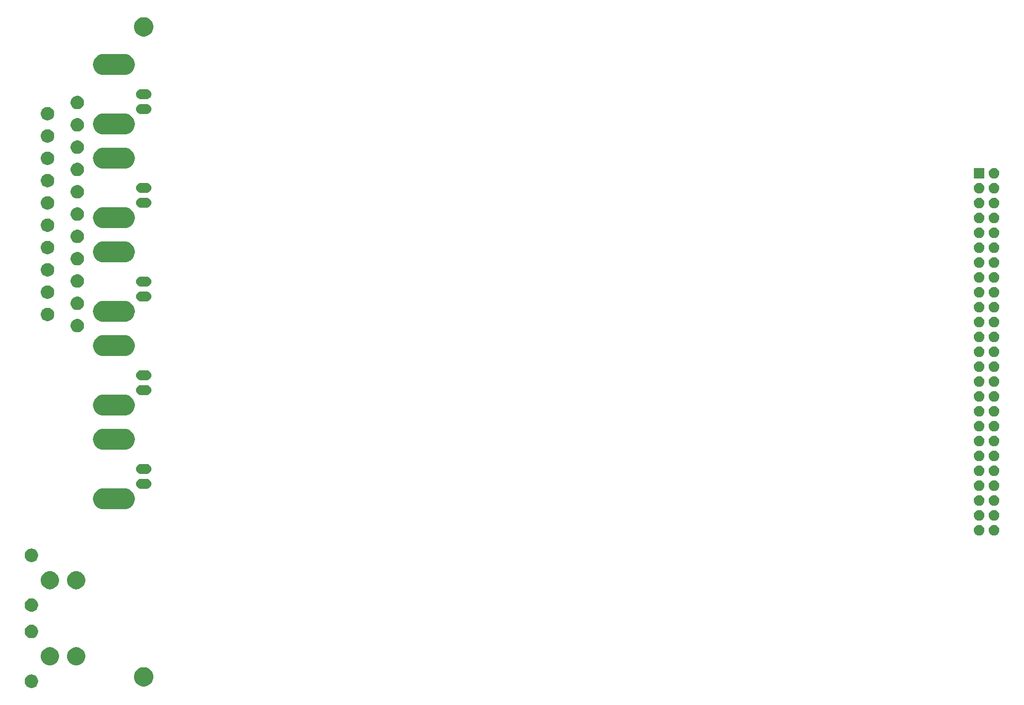
<source format=gbr>
G04 #@! TF.GenerationSoftware,KiCad,Pcbnew,(5.1.5)-2*
G04 #@! TF.CreationDate,2020-03-12T22:48:03+13:00*
G04 #@! TF.ProjectId,JVCard,4a564361-7264-42e6-9b69-6361645f7063,rev?*
G04 #@! TF.SameCoordinates,Original*
G04 #@! TF.FileFunction,Soldermask,Bot*
G04 #@! TF.FilePolarity,Negative*
%FSLAX46Y46*%
G04 Gerber Fmt 4.6, Leading zero omitted, Abs format (unit mm)*
G04 Created by KiCad (PCBNEW (5.1.5)-2) date 2020-03-12 22:48:03*
%MOMM*%
%LPD*%
G04 APERTURE LIST*
%ADD10C,0.100000*%
G04 APERTURE END LIST*
D10*
G36*
X-58925451Y-130121116D02*
G01*
X-58814266Y-130143232D01*
X-58604797Y-130229997D01*
X-58416280Y-130355960D01*
X-58255960Y-130516280D01*
X-58129997Y-130704797D01*
X-58043232Y-130914266D01*
X-57999000Y-131136636D01*
X-57999000Y-131363364D01*
X-58043232Y-131585734D01*
X-58129997Y-131795203D01*
X-58255960Y-131983720D01*
X-58416280Y-132144040D01*
X-58604797Y-132270003D01*
X-58814266Y-132356768D01*
X-58925451Y-132378884D01*
X-59036635Y-132401000D01*
X-59263365Y-132401000D01*
X-59374549Y-132378884D01*
X-59485734Y-132356768D01*
X-59695203Y-132270003D01*
X-59883720Y-132144040D01*
X-60044040Y-131983720D01*
X-60170003Y-131795203D01*
X-60256768Y-131585734D01*
X-60301000Y-131363364D01*
X-60301000Y-131136636D01*
X-60256768Y-130914266D01*
X-60170003Y-130704797D01*
X-60044040Y-130516280D01*
X-59883720Y-130355960D01*
X-59695203Y-130229997D01*
X-59485734Y-130143232D01*
X-59374549Y-130121116D01*
X-59263365Y-130099000D01*
X-59036635Y-130099000D01*
X-58925451Y-130121116D01*
G37*
G36*
X-39624744Y-128891298D02*
G01*
X-39518421Y-128912447D01*
X-39217958Y-129036903D01*
X-38947549Y-129217585D01*
X-38717585Y-129447549D01*
X-38717584Y-129447551D01*
X-38536902Y-129717960D01*
X-38412447Y-130018422D01*
X-38349000Y-130337389D01*
X-38349000Y-130662611D01*
X-38357392Y-130704799D01*
X-38412447Y-130981579D01*
X-38536903Y-131282042D01*
X-38717585Y-131552451D01*
X-38947549Y-131782415D01*
X-39217958Y-131963097D01*
X-39518421Y-132087553D01*
X-39624744Y-132108702D01*
X-39837389Y-132151000D01*
X-40162611Y-132151000D01*
X-40375256Y-132108702D01*
X-40481579Y-132087553D01*
X-40782042Y-131963097D01*
X-41052451Y-131782415D01*
X-41282415Y-131552451D01*
X-41463097Y-131282042D01*
X-41587553Y-130981579D01*
X-41642608Y-130704799D01*
X-41651000Y-130662611D01*
X-41651000Y-130337389D01*
X-41587553Y-130018422D01*
X-41463098Y-129717960D01*
X-41282416Y-129447551D01*
X-41282415Y-129447549D01*
X-41052451Y-129217585D01*
X-40782042Y-129036903D01*
X-40481579Y-128912447D01*
X-40375256Y-128891298D01*
X-40162611Y-128849000D01*
X-39837389Y-128849000D01*
X-39624744Y-128891298D01*
G37*
G36*
X-55697415Y-125478802D02*
G01*
X-55547590Y-125508604D01*
X-55265326Y-125625521D01*
X-55011295Y-125795259D01*
X-54795259Y-126011295D01*
X-54625521Y-126265326D01*
X-54508604Y-126547590D01*
X-54449000Y-126847240D01*
X-54449000Y-127152760D01*
X-54508604Y-127452410D01*
X-54625521Y-127734674D01*
X-54795259Y-127988705D01*
X-55011295Y-128204741D01*
X-55265326Y-128374479D01*
X-55547590Y-128491396D01*
X-55697415Y-128521198D01*
X-55847239Y-128551000D01*
X-56152761Y-128551000D01*
X-56302585Y-128521198D01*
X-56452410Y-128491396D01*
X-56734674Y-128374479D01*
X-56988705Y-128204741D01*
X-57204741Y-127988705D01*
X-57374479Y-127734674D01*
X-57491396Y-127452410D01*
X-57551000Y-127152760D01*
X-57551000Y-126847240D01*
X-57491396Y-126547590D01*
X-57374479Y-126265326D01*
X-57204741Y-126011295D01*
X-56988705Y-125795259D01*
X-56734674Y-125625521D01*
X-56452410Y-125508604D01*
X-56302585Y-125478802D01*
X-56152761Y-125449000D01*
X-55847239Y-125449000D01*
X-55697415Y-125478802D01*
G37*
G36*
X-51197415Y-125478802D02*
G01*
X-51047590Y-125508604D01*
X-50765326Y-125625521D01*
X-50511295Y-125795259D01*
X-50295259Y-126011295D01*
X-50125521Y-126265326D01*
X-50008604Y-126547590D01*
X-49949000Y-126847240D01*
X-49949000Y-127152760D01*
X-50008604Y-127452410D01*
X-50125521Y-127734674D01*
X-50295259Y-127988705D01*
X-50511295Y-128204741D01*
X-50765326Y-128374479D01*
X-51047590Y-128491396D01*
X-51197415Y-128521198D01*
X-51347239Y-128551000D01*
X-51652761Y-128551000D01*
X-51802585Y-128521198D01*
X-51952410Y-128491396D01*
X-52234674Y-128374479D01*
X-52488705Y-128204741D01*
X-52704741Y-127988705D01*
X-52874479Y-127734674D01*
X-52991396Y-127452410D01*
X-53051000Y-127152760D01*
X-53051000Y-126847240D01*
X-52991396Y-126547590D01*
X-52874479Y-126265326D01*
X-52704741Y-126011295D01*
X-52488705Y-125795259D01*
X-52234674Y-125625521D01*
X-51952410Y-125508604D01*
X-51802585Y-125478802D01*
X-51652761Y-125449000D01*
X-51347239Y-125449000D01*
X-51197415Y-125478802D01*
G37*
G36*
X-58925451Y-121621116D02*
G01*
X-58814266Y-121643232D01*
X-58604797Y-121729997D01*
X-58416280Y-121855960D01*
X-58255960Y-122016280D01*
X-58129997Y-122204797D01*
X-58043232Y-122414266D01*
X-57999000Y-122636636D01*
X-57999000Y-122863364D01*
X-58043232Y-123085734D01*
X-58129997Y-123295203D01*
X-58255960Y-123483720D01*
X-58416280Y-123644040D01*
X-58604797Y-123770003D01*
X-58814266Y-123856768D01*
X-58925451Y-123878884D01*
X-59036635Y-123901000D01*
X-59263365Y-123901000D01*
X-59374549Y-123878884D01*
X-59485734Y-123856768D01*
X-59695203Y-123770003D01*
X-59883720Y-123644040D01*
X-60044040Y-123483720D01*
X-60170003Y-123295203D01*
X-60256768Y-123085734D01*
X-60301000Y-122863364D01*
X-60301000Y-122636636D01*
X-60256768Y-122414266D01*
X-60170003Y-122204797D01*
X-60044040Y-122016280D01*
X-59883720Y-121855960D01*
X-59695203Y-121729997D01*
X-59485734Y-121643232D01*
X-59374549Y-121621116D01*
X-59263365Y-121599000D01*
X-59036635Y-121599000D01*
X-58925451Y-121621116D01*
G37*
G36*
X-58925451Y-117121116D02*
G01*
X-58814266Y-117143232D01*
X-58604797Y-117229997D01*
X-58416280Y-117355960D01*
X-58255960Y-117516280D01*
X-58129997Y-117704797D01*
X-58043232Y-117914266D01*
X-57999000Y-118136636D01*
X-57999000Y-118363364D01*
X-58043232Y-118585734D01*
X-58129997Y-118795203D01*
X-58255960Y-118983720D01*
X-58416280Y-119144040D01*
X-58604797Y-119270003D01*
X-58814266Y-119356768D01*
X-58925451Y-119378884D01*
X-59036635Y-119401000D01*
X-59263365Y-119401000D01*
X-59374549Y-119378884D01*
X-59485734Y-119356768D01*
X-59695203Y-119270003D01*
X-59883720Y-119144040D01*
X-60044040Y-118983720D01*
X-60170003Y-118795203D01*
X-60256768Y-118585734D01*
X-60301000Y-118363364D01*
X-60301000Y-118136636D01*
X-60256768Y-117914266D01*
X-60170003Y-117704797D01*
X-60044040Y-117516280D01*
X-59883720Y-117355960D01*
X-59695203Y-117229997D01*
X-59485734Y-117143232D01*
X-59374549Y-117121116D01*
X-59263365Y-117099000D01*
X-59036635Y-117099000D01*
X-58925451Y-117121116D01*
G37*
G36*
X-51197415Y-112478802D02*
G01*
X-51047590Y-112508604D01*
X-50765326Y-112625521D01*
X-50511295Y-112795259D01*
X-50295259Y-113011295D01*
X-50125521Y-113265326D01*
X-50008604Y-113547590D01*
X-49949000Y-113847240D01*
X-49949000Y-114152760D01*
X-50008604Y-114452410D01*
X-50125521Y-114734674D01*
X-50295259Y-114988705D01*
X-50511295Y-115204741D01*
X-50765326Y-115374479D01*
X-51047590Y-115491396D01*
X-51197415Y-115521198D01*
X-51347239Y-115551000D01*
X-51652761Y-115551000D01*
X-51802585Y-115521198D01*
X-51952410Y-115491396D01*
X-52234674Y-115374479D01*
X-52488705Y-115204741D01*
X-52704741Y-114988705D01*
X-52874479Y-114734674D01*
X-52991396Y-114452410D01*
X-53051000Y-114152760D01*
X-53051000Y-113847240D01*
X-52991396Y-113547590D01*
X-52874479Y-113265326D01*
X-52704741Y-113011295D01*
X-52488705Y-112795259D01*
X-52234674Y-112625521D01*
X-51952410Y-112508604D01*
X-51802585Y-112478802D01*
X-51652761Y-112449000D01*
X-51347239Y-112449000D01*
X-51197415Y-112478802D01*
G37*
G36*
X-55697415Y-112478802D02*
G01*
X-55547590Y-112508604D01*
X-55265326Y-112625521D01*
X-55011295Y-112795259D01*
X-54795259Y-113011295D01*
X-54625521Y-113265326D01*
X-54508604Y-113547590D01*
X-54449000Y-113847240D01*
X-54449000Y-114152760D01*
X-54508604Y-114452410D01*
X-54625521Y-114734674D01*
X-54795259Y-114988705D01*
X-55011295Y-115204741D01*
X-55265326Y-115374479D01*
X-55547590Y-115491396D01*
X-55697415Y-115521198D01*
X-55847239Y-115551000D01*
X-56152761Y-115551000D01*
X-56302585Y-115521198D01*
X-56452410Y-115491396D01*
X-56734674Y-115374479D01*
X-56988705Y-115204741D01*
X-57204741Y-114988705D01*
X-57374479Y-114734674D01*
X-57491396Y-114452410D01*
X-57551000Y-114152760D01*
X-57551000Y-113847240D01*
X-57491396Y-113547590D01*
X-57374479Y-113265326D01*
X-57204741Y-113011295D01*
X-56988705Y-112795259D01*
X-56734674Y-112625521D01*
X-56452410Y-112508604D01*
X-56302585Y-112478802D01*
X-56152761Y-112449000D01*
X-55847239Y-112449000D01*
X-55697415Y-112478802D01*
G37*
G36*
X-58925451Y-108621116D02*
G01*
X-58814266Y-108643232D01*
X-58604797Y-108729997D01*
X-58416280Y-108855960D01*
X-58255960Y-109016280D01*
X-58129997Y-109204797D01*
X-58043232Y-109414266D01*
X-57999000Y-109636636D01*
X-57999000Y-109863364D01*
X-58043232Y-110085734D01*
X-58129997Y-110295203D01*
X-58255960Y-110483720D01*
X-58416280Y-110644040D01*
X-58604797Y-110770003D01*
X-58814266Y-110856768D01*
X-58925451Y-110878884D01*
X-59036635Y-110901000D01*
X-59263365Y-110901000D01*
X-59374549Y-110878884D01*
X-59485734Y-110856768D01*
X-59695203Y-110770003D01*
X-59883720Y-110644040D01*
X-60044040Y-110483720D01*
X-60170003Y-110295203D01*
X-60256768Y-110085734D01*
X-60301000Y-109863364D01*
X-60301000Y-109636636D01*
X-60256768Y-109414266D01*
X-60170003Y-109204797D01*
X-60044040Y-109016280D01*
X-59883720Y-108855960D01*
X-59695203Y-108729997D01*
X-59485734Y-108643232D01*
X-59374549Y-108621116D01*
X-59263365Y-108599000D01*
X-59036635Y-108599000D01*
X-58925451Y-108621116D01*
G37*
G36*
X102613512Y-104563927D02*
G01*
X102762812Y-104593624D01*
X102926784Y-104661544D01*
X103074354Y-104760147D01*
X103199853Y-104885646D01*
X103298456Y-105033216D01*
X103366376Y-105197188D01*
X103401000Y-105371259D01*
X103401000Y-105548741D01*
X103366376Y-105722812D01*
X103298456Y-105886784D01*
X103199853Y-106034354D01*
X103074354Y-106159853D01*
X102926784Y-106258456D01*
X102762812Y-106326376D01*
X102613512Y-106356073D01*
X102588742Y-106361000D01*
X102411258Y-106361000D01*
X102386488Y-106356073D01*
X102237188Y-106326376D01*
X102073216Y-106258456D01*
X101925646Y-106159853D01*
X101800147Y-106034354D01*
X101701544Y-105886784D01*
X101633624Y-105722812D01*
X101599000Y-105548741D01*
X101599000Y-105371259D01*
X101633624Y-105197188D01*
X101701544Y-105033216D01*
X101800147Y-104885646D01*
X101925646Y-104760147D01*
X102073216Y-104661544D01*
X102237188Y-104593624D01*
X102386488Y-104563927D01*
X102411258Y-104559000D01*
X102588742Y-104559000D01*
X102613512Y-104563927D01*
G37*
G36*
X105153512Y-104563927D02*
G01*
X105302812Y-104593624D01*
X105466784Y-104661544D01*
X105614354Y-104760147D01*
X105739853Y-104885646D01*
X105838456Y-105033216D01*
X105906376Y-105197188D01*
X105941000Y-105371259D01*
X105941000Y-105548741D01*
X105906376Y-105722812D01*
X105838456Y-105886784D01*
X105739853Y-106034354D01*
X105614354Y-106159853D01*
X105466784Y-106258456D01*
X105302812Y-106326376D01*
X105153512Y-106356073D01*
X105128742Y-106361000D01*
X104951258Y-106361000D01*
X104926488Y-106356073D01*
X104777188Y-106326376D01*
X104613216Y-106258456D01*
X104465646Y-106159853D01*
X104340147Y-106034354D01*
X104241544Y-105886784D01*
X104173624Y-105722812D01*
X104139000Y-105548741D01*
X104139000Y-105371259D01*
X104173624Y-105197188D01*
X104241544Y-105033216D01*
X104340147Y-104885646D01*
X104465646Y-104760147D01*
X104613216Y-104661544D01*
X104777188Y-104593624D01*
X104926488Y-104563927D01*
X104951258Y-104559000D01*
X105128742Y-104559000D01*
X105153512Y-104563927D01*
G37*
G36*
X102613512Y-102023927D02*
G01*
X102762812Y-102053624D01*
X102926784Y-102121544D01*
X103074354Y-102220147D01*
X103199853Y-102345646D01*
X103298456Y-102493216D01*
X103366376Y-102657188D01*
X103401000Y-102831259D01*
X103401000Y-103008741D01*
X103366376Y-103182812D01*
X103298456Y-103346784D01*
X103199853Y-103494354D01*
X103074354Y-103619853D01*
X102926784Y-103718456D01*
X102762812Y-103786376D01*
X102613512Y-103816073D01*
X102588742Y-103821000D01*
X102411258Y-103821000D01*
X102386488Y-103816073D01*
X102237188Y-103786376D01*
X102073216Y-103718456D01*
X101925646Y-103619853D01*
X101800147Y-103494354D01*
X101701544Y-103346784D01*
X101633624Y-103182812D01*
X101599000Y-103008741D01*
X101599000Y-102831259D01*
X101633624Y-102657188D01*
X101701544Y-102493216D01*
X101800147Y-102345646D01*
X101925646Y-102220147D01*
X102073216Y-102121544D01*
X102237188Y-102053624D01*
X102386488Y-102023927D01*
X102411258Y-102019000D01*
X102588742Y-102019000D01*
X102613512Y-102023927D01*
G37*
G36*
X105153512Y-102023927D02*
G01*
X105302812Y-102053624D01*
X105466784Y-102121544D01*
X105614354Y-102220147D01*
X105739853Y-102345646D01*
X105838456Y-102493216D01*
X105906376Y-102657188D01*
X105941000Y-102831259D01*
X105941000Y-103008741D01*
X105906376Y-103182812D01*
X105838456Y-103346784D01*
X105739853Y-103494354D01*
X105614354Y-103619853D01*
X105466784Y-103718456D01*
X105302812Y-103786376D01*
X105153512Y-103816073D01*
X105128742Y-103821000D01*
X104951258Y-103821000D01*
X104926488Y-103816073D01*
X104777188Y-103786376D01*
X104613216Y-103718456D01*
X104465646Y-103619853D01*
X104340147Y-103494354D01*
X104241544Y-103346784D01*
X104173624Y-103182812D01*
X104139000Y-103008741D01*
X104139000Y-102831259D01*
X104173624Y-102657188D01*
X104241544Y-102493216D01*
X104340147Y-102345646D01*
X104465646Y-102220147D01*
X104613216Y-102121544D01*
X104777188Y-102053624D01*
X104926488Y-102023927D01*
X104951258Y-102019000D01*
X105128742Y-102019000D01*
X105153512Y-102023927D01*
G37*
G36*
X-43153331Y-98287686D02*
G01*
X-42976942Y-98305059D01*
X-42637452Y-98408042D01*
X-42637450Y-98408043D01*
X-42324578Y-98575277D01*
X-42324576Y-98575278D01*
X-42324577Y-98575278D01*
X-42050339Y-98800339D01*
X-41825278Y-99074577D01*
X-41658042Y-99387452D01*
X-41555059Y-99726942D01*
X-41520286Y-100080000D01*
X-41555059Y-100433058D01*
X-41658042Y-100772548D01*
X-41658043Y-100772550D01*
X-41825277Y-101085422D01*
X-42050339Y-101359661D01*
X-42324578Y-101584723D01*
X-42637450Y-101751957D01*
X-42637452Y-101751958D01*
X-42976942Y-101854941D01*
X-43153331Y-101872314D01*
X-43241524Y-101881000D01*
X-46918476Y-101881000D01*
X-47006669Y-101872314D01*
X-47183058Y-101854941D01*
X-47522548Y-101751958D01*
X-47522550Y-101751957D01*
X-47835422Y-101584723D01*
X-48109661Y-101359661D01*
X-48334723Y-101085422D01*
X-48501957Y-100772550D01*
X-48501958Y-100772548D01*
X-48604941Y-100433058D01*
X-48639714Y-100080000D01*
X-48604941Y-99726942D01*
X-48501958Y-99387452D01*
X-48334722Y-99074577D01*
X-48109661Y-98800339D01*
X-47835423Y-98575278D01*
X-47835424Y-98575278D01*
X-47835422Y-98575277D01*
X-47522550Y-98408043D01*
X-47522548Y-98408042D01*
X-47183058Y-98305059D01*
X-47006669Y-98287686D01*
X-46918476Y-98279000D01*
X-43241524Y-98279000D01*
X-43153331Y-98287686D01*
G37*
G36*
X102613512Y-99483927D02*
G01*
X102762812Y-99513624D01*
X102926784Y-99581544D01*
X103074354Y-99680147D01*
X103199853Y-99805646D01*
X103298456Y-99953216D01*
X103366376Y-100117188D01*
X103401000Y-100291259D01*
X103401000Y-100468741D01*
X103366376Y-100642812D01*
X103298456Y-100806784D01*
X103199853Y-100954354D01*
X103074354Y-101079853D01*
X102926784Y-101178456D01*
X102762812Y-101246376D01*
X102613512Y-101276073D01*
X102588742Y-101281000D01*
X102411258Y-101281000D01*
X102386488Y-101276073D01*
X102237188Y-101246376D01*
X102073216Y-101178456D01*
X101925646Y-101079853D01*
X101800147Y-100954354D01*
X101701544Y-100806784D01*
X101633624Y-100642812D01*
X101599000Y-100468741D01*
X101599000Y-100291259D01*
X101633624Y-100117188D01*
X101701544Y-99953216D01*
X101800147Y-99805646D01*
X101925646Y-99680147D01*
X102073216Y-99581544D01*
X102237188Y-99513624D01*
X102386488Y-99483927D01*
X102411258Y-99479000D01*
X102588742Y-99479000D01*
X102613512Y-99483927D01*
G37*
G36*
X105153512Y-99483927D02*
G01*
X105302812Y-99513624D01*
X105466784Y-99581544D01*
X105614354Y-99680147D01*
X105739853Y-99805646D01*
X105838456Y-99953216D01*
X105906376Y-100117188D01*
X105941000Y-100291259D01*
X105941000Y-100468741D01*
X105906376Y-100642812D01*
X105838456Y-100806784D01*
X105739853Y-100954354D01*
X105614354Y-101079853D01*
X105466784Y-101178456D01*
X105302812Y-101246376D01*
X105153512Y-101276073D01*
X105128742Y-101281000D01*
X104951258Y-101281000D01*
X104926488Y-101276073D01*
X104777188Y-101246376D01*
X104613216Y-101178456D01*
X104465646Y-101079853D01*
X104340147Y-100954354D01*
X104241544Y-100806784D01*
X104173624Y-100642812D01*
X104139000Y-100468741D01*
X104139000Y-100291259D01*
X104173624Y-100117188D01*
X104241544Y-99953216D01*
X104340147Y-99805646D01*
X104465646Y-99680147D01*
X104613216Y-99581544D01*
X104777188Y-99513624D01*
X104926488Y-99483927D01*
X104951258Y-99479000D01*
X105128742Y-99479000D01*
X105153512Y-99483927D01*
G37*
G36*
X102613512Y-96943927D02*
G01*
X102762812Y-96973624D01*
X102926784Y-97041544D01*
X103074354Y-97140147D01*
X103199853Y-97265646D01*
X103298456Y-97413216D01*
X103366376Y-97577188D01*
X103401000Y-97751259D01*
X103401000Y-97928741D01*
X103366376Y-98102812D01*
X103298456Y-98266784D01*
X103199853Y-98414354D01*
X103074354Y-98539853D01*
X102926784Y-98638456D01*
X102762812Y-98706376D01*
X102613512Y-98736073D01*
X102588742Y-98741000D01*
X102411258Y-98741000D01*
X102386488Y-98736073D01*
X102237188Y-98706376D01*
X102073216Y-98638456D01*
X101925646Y-98539853D01*
X101800147Y-98414354D01*
X101701544Y-98266784D01*
X101633624Y-98102812D01*
X101599000Y-97928741D01*
X101599000Y-97751259D01*
X101633624Y-97577188D01*
X101701544Y-97413216D01*
X101800147Y-97265646D01*
X101925646Y-97140147D01*
X102073216Y-97041544D01*
X102237188Y-96973624D01*
X102386488Y-96943927D01*
X102411258Y-96939000D01*
X102588742Y-96939000D01*
X102613512Y-96943927D01*
G37*
G36*
X105153512Y-96943927D02*
G01*
X105302812Y-96973624D01*
X105466784Y-97041544D01*
X105614354Y-97140147D01*
X105739853Y-97265646D01*
X105838456Y-97413216D01*
X105906376Y-97577188D01*
X105941000Y-97751259D01*
X105941000Y-97928741D01*
X105906376Y-98102812D01*
X105838456Y-98266784D01*
X105739853Y-98414354D01*
X105614354Y-98539853D01*
X105466784Y-98638456D01*
X105302812Y-98706376D01*
X105153512Y-98736073D01*
X105128742Y-98741000D01*
X104951258Y-98741000D01*
X104926488Y-98736073D01*
X104777188Y-98706376D01*
X104613216Y-98638456D01*
X104465646Y-98539853D01*
X104340147Y-98414354D01*
X104241544Y-98266784D01*
X104173624Y-98102812D01*
X104139000Y-97928741D01*
X104139000Y-97751259D01*
X104173624Y-97577188D01*
X104241544Y-97413216D01*
X104340147Y-97265646D01*
X104465646Y-97140147D01*
X104613216Y-97041544D01*
X104777188Y-96973624D01*
X104926488Y-96943927D01*
X104951258Y-96939000D01*
X105128742Y-96939000D01*
X105153512Y-96943927D01*
G37*
G36*
X-39383177Y-96701313D02*
G01*
X-39222758Y-96749976D01*
X-39090094Y-96820886D01*
X-39074922Y-96828996D01*
X-38945341Y-96935341D01*
X-38838996Y-97064922D01*
X-38838995Y-97064924D01*
X-38759976Y-97212758D01*
X-38711313Y-97373177D01*
X-38694883Y-97540000D01*
X-38711313Y-97706823D01*
X-38759976Y-97867242D01*
X-38830886Y-97999906D01*
X-38838996Y-98015078D01*
X-38945341Y-98144659D01*
X-39074922Y-98251004D01*
X-39074924Y-98251005D01*
X-39222758Y-98330024D01*
X-39383177Y-98378687D01*
X-39508196Y-98391000D01*
X-40491804Y-98391000D01*
X-40616823Y-98378687D01*
X-40777242Y-98330024D01*
X-40925076Y-98251005D01*
X-40925078Y-98251004D01*
X-41054659Y-98144659D01*
X-41161004Y-98015078D01*
X-41169114Y-97999906D01*
X-41240024Y-97867242D01*
X-41288687Y-97706823D01*
X-41305117Y-97540000D01*
X-41288687Y-97373177D01*
X-41240024Y-97212758D01*
X-41161005Y-97064924D01*
X-41161004Y-97064922D01*
X-41054659Y-96935341D01*
X-40925078Y-96828996D01*
X-40909906Y-96820886D01*
X-40777242Y-96749976D01*
X-40616823Y-96701313D01*
X-40491804Y-96689000D01*
X-39508196Y-96689000D01*
X-39383177Y-96701313D01*
G37*
G36*
X102613512Y-94403927D02*
G01*
X102762812Y-94433624D01*
X102926784Y-94501544D01*
X103074354Y-94600147D01*
X103199853Y-94725646D01*
X103298456Y-94873216D01*
X103366376Y-95037188D01*
X103401000Y-95211259D01*
X103401000Y-95388741D01*
X103366376Y-95562812D01*
X103298456Y-95726784D01*
X103199853Y-95874354D01*
X103074354Y-95999853D01*
X102926784Y-96098456D01*
X102762812Y-96166376D01*
X102613512Y-96196073D01*
X102588742Y-96201000D01*
X102411258Y-96201000D01*
X102386488Y-96196073D01*
X102237188Y-96166376D01*
X102073216Y-96098456D01*
X101925646Y-95999853D01*
X101800147Y-95874354D01*
X101701544Y-95726784D01*
X101633624Y-95562812D01*
X101599000Y-95388741D01*
X101599000Y-95211259D01*
X101633624Y-95037188D01*
X101701544Y-94873216D01*
X101800147Y-94725646D01*
X101925646Y-94600147D01*
X102073216Y-94501544D01*
X102237188Y-94433624D01*
X102386488Y-94403927D01*
X102411258Y-94399000D01*
X102588742Y-94399000D01*
X102613512Y-94403927D01*
G37*
G36*
X105153512Y-94403927D02*
G01*
X105302812Y-94433624D01*
X105466784Y-94501544D01*
X105614354Y-94600147D01*
X105739853Y-94725646D01*
X105838456Y-94873216D01*
X105906376Y-95037188D01*
X105941000Y-95211259D01*
X105941000Y-95388741D01*
X105906376Y-95562812D01*
X105838456Y-95726784D01*
X105739853Y-95874354D01*
X105614354Y-95999853D01*
X105466784Y-96098456D01*
X105302812Y-96166376D01*
X105153512Y-96196073D01*
X105128742Y-96201000D01*
X104951258Y-96201000D01*
X104926488Y-96196073D01*
X104777188Y-96166376D01*
X104613216Y-96098456D01*
X104465646Y-95999853D01*
X104340147Y-95874354D01*
X104241544Y-95726784D01*
X104173624Y-95562812D01*
X104139000Y-95388741D01*
X104139000Y-95211259D01*
X104173624Y-95037188D01*
X104241544Y-94873216D01*
X104340147Y-94725646D01*
X104465646Y-94600147D01*
X104613216Y-94501544D01*
X104777188Y-94433624D01*
X104926488Y-94403927D01*
X104951258Y-94399000D01*
X105128742Y-94399000D01*
X105153512Y-94403927D01*
G37*
G36*
X-39383177Y-94161313D02*
G01*
X-39222758Y-94209976D01*
X-39090094Y-94280886D01*
X-39074922Y-94288996D01*
X-38945341Y-94395341D01*
X-38838996Y-94524922D01*
X-38838995Y-94524924D01*
X-38759976Y-94672758D01*
X-38711313Y-94833177D01*
X-38694883Y-95000000D01*
X-38711313Y-95166823D01*
X-38759976Y-95327242D01*
X-38830886Y-95459906D01*
X-38838996Y-95475078D01*
X-38945341Y-95604659D01*
X-39074922Y-95711004D01*
X-39074924Y-95711005D01*
X-39222758Y-95790024D01*
X-39383177Y-95838687D01*
X-39508196Y-95851000D01*
X-40491804Y-95851000D01*
X-40616823Y-95838687D01*
X-40777242Y-95790024D01*
X-40925076Y-95711005D01*
X-40925078Y-95711004D01*
X-41054659Y-95604659D01*
X-41161004Y-95475078D01*
X-41169114Y-95459906D01*
X-41240024Y-95327242D01*
X-41288687Y-95166823D01*
X-41305117Y-95000000D01*
X-41288687Y-94833177D01*
X-41240024Y-94672758D01*
X-41161005Y-94524924D01*
X-41161004Y-94524922D01*
X-41054659Y-94395341D01*
X-40925078Y-94288996D01*
X-40909906Y-94280886D01*
X-40777242Y-94209976D01*
X-40616823Y-94161313D01*
X-40491804Y-94149000D01*
X-39508196Y-94149000D01*
X-39383177Y-94161313D01*
G37*
G36*
X102613512Y-91863927D02*
G01*
X102762812Y-91893624D01*
X102926784Y-91961544D01*
X103074354Y-92060147D01*
X103199853Y-92185646D01*
X103298456Y-92333216D01*
X103366376Y-92497188D01*
X103401000Y-92671259D01*
X103401000Y-92848741D01*
X103366376Y-93022812D01*
X103298456Y-93186784D01*
X103199853Y-93334354D01*
X103074354Y-93459853D01*
X102926784Y-93558456D01*
X102762812Y-93626376D01*
X102613512Y-93656073D01*
X102588742Y-93661000D01*
X102411258Y-93661000D01*
X102386488Y-93656073D01*
X102237188Y-93626376D01*
X102073216Y-93558456D01*
X101925646Y-93459853D01*
X101800147Y-93334354D01*
X101701544Y-93186784D01*
X101633624Y-93022812D01*
X101599000Y-92848741D01*
X101599000Y-92671259D01*
X101633624Y-92497188D01*
X101701544Y-92333216D01*
X101800147Y-92185646D01*
X101925646Y-92060147D01*
X102073216Y-91961544D01*
X102237188Y-91893624D01*
X102386488Y-91863927D01*
X102411258Y-91859000D01*
X102588742Y-91859000D01*
X102613512Y-91863927D01*
G37*
G36*
X105153512Y-91863927D02*
G01*
X105302812Y-91893624D01*
X105466784Y-91961544D01*
X105614354Y-92060147D01*
X105739853Y-92185646D01*
X105838456Y-92333216D01*
X105906376Y-92497188D01*
X105941000Y-92671259D01*
X105941000Y-92848741D01*
X105906376Y-93022812D01*
X105838456Y-93186784D01*
X105739853Y-93334354D01*
X105614354Y-93459853D01*
X105466784Y-93558456D01*
X105302812Y-93626376D01*
X105153512Y-93656073D01*
X105128742Y-93661000D01*
X104951258Y-93661000D01*
X104926488Y-93656073D01*
X104777188Y-93626376D01*
X104613216Y-93558456D01*
X104465646Y-93459853D01*
X104340147Y-93334354D01*
X104241544Y-93186784D01*
X104173624Y-93022812D01*
X104139000Y-92848741D01*
X104139000Y-92671259D01*
X104173624Y-92497188D01*
X104241544Y-92333216D01*
X104340147Y-92185646D01*
X104465646Y-92060147D01*
X104613216Y-91961544D01*
X104777188Y-91893624D01*
X104926488Y-91863927D01*
X104951258Y-91859000D01*
X105128742Y-91859000D01*
X105153512Y-91863927D01*
G37*
G36*
X-43153331Y-88127686D02*
G01*
X-42976942Y-88145059D01*
X-42637452Y-88248042D01*
X-42637450Y-88248043D01*
X-42324578Y-88415277D01*
X-42324576Y-88415278D01*
X-42324577Y-88415278D01*
X-42050339Y-88640339D01*
X-41825278Y-88914577D01*
X-41658042Y-89227452D01*
X-41555059Y-89566942D01*
X-41520286Y-89920000D01*
X-41555059Y-90273058D01*
X-41658042Y-90612548D01*
X-41658043Y-90612550D01*
X-41825277Y-90925422D01*
X-42050339Y-91199661D01*
X-42324578Y-91424723D01*
X-42637450Y-91591957D01*
X-42637452Y-91591958D01*
X-42976942Y-91694941D01*
X-43153331Y-91712314D01*
X-43241524Y-91721000D01*
X-46918476Y-91721000D01*
X-47006669Y-91712314D01*
X-47183058Y-91694941D01*
X-47522548Y-91591958D01*
X-47522550Y-91591957D01*
X-47835422Y-91424723D01*
X-48109661Y-91199661D01*
X-48334723Y-90925422D01*
X-48501957Y-90612550D01*
X-48501958Y-90612548D01*
X-48604941Y-90273058D01*
X-48639714Y-89920000D01*
X-48604941Y-89566942D01*
X-48501958Y-89227452D01*
X-48334722Y-88914577D01*
X-48109661Y-88640339D01*
X-47835423Y-88415278D01*
X-47835424Y-88415278D01*
X-47835422Y-88415277D01*
X-47522550Y-88248043D01*
X-47522548Y-88248042D01*
X-47183058Y-88145059D01*
X-47006669Y-88127686D01*
X-46918476Y-88119000D01*
X-43241524Y-88119000D01*
X-43153331Y-88127686D01*
G37*
G36*
X102613512Y-89323927D02*
G01*
X102762812Y-89353624D01*
X102926784Y-89421544D01*
X103074354Y-89520147D01*
X103199853Y-89645646D01*
X103298456Y-89793216D01*
X103366376Y-89957188D01*
X103401000Y-90131259D01*
X103401000Y-90308741D01*
X103366376Y-90482812D01*
X103298456Y-90646784D01*
X103199853Y-90794354D01*
X103074354Y-90919853D01*
X102926784Y-91018456D01*
X102762812Y-91086376D01*
X102613512Y-91116073D01*
X102588742Y-91121000D01*
X102411258Y-91121000D01*
X102386488Y-91116073D01*
X102237188Y-91086376D01*
X102073216Y-91018456D01*
X101925646Y-90919853D01*
X101800147Y-90794354D01*
X101701544Y-90646784D01*
X101633624Y-90482812D01*
X101599000Y-90308741D01*
X101599000Y-90131259D01*
X101633624Y-89957188D01*
X101701544Y-89793216D01*
X101800147Y-89645646D01*
X101925646Y-89520147D01*
X102073216Y-89421544D01*
X102237188Y-89353624D01*
X102386488Y-89323927D01*
X102411258Y-89319000D01*
X102588742Y-89319000D01*
X102613512Y-89323927D01*
G37*
G36*
X105153512Y-89323927D02*
G01*
X105302812Y-89353624D01*
X105466784Y-89421544D01*
X105614354Y-89520147D01*
X105739853Y-89645646D01*
X105838456Y-89793216D01*
X105906376Y-89957188D01*
X105941000Y-90131259D01*
X105941000Y-90308741D01*
X105906376Y-90482812D01*
X105838456Y-90646784D01*
X105739853Y-90794354D01*
X105614354Y-90919853D01*
X105466784Y-91018456D01*
X105302812Y-91086376D01*
X105153512Y-91116073D01*
X105128742Y-91121000D01*
X104951258Y-91121000D01*
X104926488Y-91116073D01*
X104777188Y-91086376D01*
X104613216Y-91018456D01*
X104465646Y-90919853D01*
X104340147Y-90794354D01*
X104241544Y-90646784D01*
X104173624Y-90482812D01*
X104139000Y-90308741D01*
X104139000Y-90131259D01*
X104173624Y-89957188D01*
X104241544Y-89793216D01*
X104340147Y-89645646D01*
X104465646Y-89520147D01*
X104613216Y-89421544D01*
X104777188Y-89353624D01*
X104926488Y-89323927D01*
X104951258Y-89319000D01*
X105128742Y-89319000D01*
X105153512Y-89323927D01*
G37*
G36*
X102613512Y-86783927D02*
G01*
X102762812Y-86813624D01*
X102926784Y-86881544D01*
X103074354Y-86980147D01*
X103199853Y-87105646D01*
X103298456Y-87253216D01*
X103366376Y-87417188D01*
X103401000Y-87591259D01*
X103401000Y-87768741D01*
X103366376Y-87942812D01*
X103298456Y-88106784D01*
X103199853Y-88254354D01*
X103074354Y-88379853D01*
X102926784Y-88478456D01*
X102762812Y-88546376D01*
X102613512Y-88576073D01*
X102588742Y-88581000D01*
X102411258Y-88581000D01*
X102386488Y-88576073D01*
X102237188Y-88546376D01*
X102073216Y-88478456D01*
X101925646Y-88379853D01*
X101800147Y-88254354D01*
X101701544Y-88106784D01*
X101633624Y-87942812D01*
X101599000Y-87768741D01*
X101599000Y-87591259D01*
X101633624Y-87417188D01*
X101701544Y-87253216D01*
X101800147Y-87105646D01*
X101925646Y-86980147D01*
X102073216Y-86881544D01*
X102237188Y-86813624D01*
X102386488Y-86783927D01*
X102411258Y-86779000D01*
X102588742Y-86779000D01*
X102613512Y-86783927D01*
G37*
G36*
X105153512Y-86783927D02*
G01*
X105302812Y-86813624D01*
X105466784Y-86881544D01*
X105614354Y-86980147D01*
X105739853Y-87105646D01*
X105838456Y-87253216D01*
X105906376Y-87417188D01*
X105941000Y-87591259D01*
X105941000Y-87768741D01*
X105906376Y-87942812D01*
X105838456Y-88106784D01*
X105739853Y-88254354D01*
X105614354Y-88379853D01*
X105466784Y-88478456D01*
X105302812Y-88546376D01*
X105153512Y-88576073D01*
X105128742Y-88581000D01*
X104951258Y-88581000D01*
X104926488Y-88576073D01*
X104777188Y-88546376D01*
X104613216Y-88478456D01*
X104465646Y-88379853D01*
X104340147Y-88254354D01*
X104241544Y-88106784D01*
X104173624Y-87942812D01*
X104139000Y-87768741D01*
X104139000Y-87591259D01*
X104173624Y-87417188D01*
X104241544Y-87253216D01*
X104340147Y-87105646D01*
X104465646Y-86980147D01*
X104613216Y-86881544D01*
X104777188Y-86813624D01*
X104926488Y-86783927D01*
X104951258Y-86779000D01*
X105128742Y-86779000D01*
X105153512Y-86783927D01*
G37*
G36*
X102613512Y-84243927D02*
G01*
X102762812Y-84273624D01*
X102926784Y-84341544D01*
X103074354Y-84440147D01*
X103199853Y-84565646D01*
X103298456Y-84713216D01*
X103366376Y-84877188D01*
X103401000Y-85051259D01*
X103401000Y-85228741D01*
X103366376Y-85402812D01*
X103298456Y-85566784D01*
X103199853Y-85714354D01*
X103074354Y-85839853D01*
X102926784Y-85938456D01*
X102762812Y-86006376D01*
X102613512Y-86036073D01*
X102588742Y-86041000D01*
X102411258Y-86041000D01*
X102386488Y-86036073D01*
X102237188Y-86006376D01*
X102073216Y-85938456D01*
X101925646Y-85839853D01*
X101800147Y-85714354D01*
X101701544Y-85566784D01*
X101633624Y-85402812D01*
X101599000Y-85228741D01*
X101599000Y-85051259D01*
X101633624Y-84877188D01*
X101701544Y-84713216D01*
X101800147Y-84565646D01*
X101925646Y-84440147D01*
X102073216Y-84341544D01*
X102237188Y-84273624D01*
X102386488Y-84243927D01*
X102411258Y-84239000D01*
X102588742Y-84239000D01*
X102613512Y-84243927D01*
G37*
G36*
X105153512Y-84243927D02*
G01*
X105302812Y-84273624D01*
X105466784Y-84341544D01*
X105614354Y-84440147D01*
X105739853Y-84565646D01*
X105838456Y-84713216D01*
X105906376Y-84877188D01*
X105941000Y-85051259D01*
X105941000Y-85228741D01*
X105906376Y-85402812D01*
X105838456Y-85566784D01*
X105739853Y-85714354D01*
X105614354Y-85839853D01*
X105466784Y-85938456D01*
X105302812Y-86006376D01*
X105153512Y-86036073D01*
X105128742Y-86041000D01*
X104951258Y-86041000D01*
X104926488Y-86036073D01*
X104777188Y-86006376D01*
X104613216Y-85938456D01*
X104465646Y-85839853D01*
X104340147Y-85714354D01*
X104241544Y-85566784D01*
X104173624Y-85402812D01*
X104139000Y-85228741D01*
X104139000Y-85051259D01*
X104173624Y-84877188D01*
X104241544Y-84713216D01*
X104340147Y-84565646D01*
X104465646Y-84440147D01*
X104613216Y-84341544D01*
X104777188Y-84273624D01*
X104926488Y-84243927D01*
X104951258Y-84239000D01*
X105128742Y-84239000D01*
X105153512Y-84243927D01*
G37*
G36*
X-43153331Y-82287686D02*
G01*
X-42976942Y-82305059D01*
X-42637452Y-82408042D01*
X-42637450Y-82408043D01*
X-42324578Y-82575277D01*
X-42050339Y-82800339D01*
X-41825277Y-83074578D01*
X-41704865Y-83299852D01*
X-41658042Y-83387452D01*
X-41555059Y-83726942D01*
X-41520286Y-84080000D01*
X-41555059Y-84433058D01*
X-41658042Y-84772548D01*
X-41658043Y-84772550D01*
X-41825277Y-85085422D01*
X-42050339Y-85359661D01*
X-42324578Y-85584723D01*
X-42567098Y-85714353D01*
X-42637452Y-85751958D01*
X-42976942Y-85854941D01*
X-43153331Y-85872314D01*
X-43241524Y-85881000D01*
X-46918476Y-85881000D01*
X-47006669Y-85872314D01*
X-47183058Y-85854941D01*
X-47522548Y-85751958D01*
X-47592902Y-85714353D01*
X-47835422Y-85584723D01*
X-48109661Y-85359661D01*
X-48334723Y-85085422D01*
X-48501957Y-84772550D01*
X-48501958Y-84772548D01*
X-48604941Y-84433058D01*
X-48639714Y-84080000D01*
X-48604941Y-83726942D01*
X-48501958Y-83387452D01*
X-48455135Y-83299852D01*
X-48334723Y-83074578D01*
X-48109661Y-82800339D01*
X-47835422Y-82575277D01*
X-47522550Y-82408043D01*
X-47522548Y-82408042D01*
X-47183058Y-82305059D01*
X-47006669Y-82287686D01*
X-46918476Y-82279000D01*
X-43241524Y-82279000D01*
X-43153331Y-82287686D01*
G37*
G36*
X102613512Y-81703927D02*
G01*
X102762812Y-81733624D01*
X102926784Y-81801544D01*
X103074354Y-81900147D01*
X103199853Y-82025646D01*
X103298456Y-82173216D01*
X103366376Y-82337188D01*
X103401000Y-82511259D01*
X103401000Y-82688741D01*
X103366376Y-82862812D01*
X103298456Y-83026784D01*
X103199853Y-83174354D01*
X103074354Y-83299853D01*
X102926784Y-83398456D01*
X102762812Y-83466376D01*
X102613512Y-83496073D01*
X102588742Y-83501000D01*
X102411258Y-83501000D01*
X102386488Y-83496073D01*
X102237188Y-83466376D01*
X102073216Y-83398456D01*
X101925646Y-83299853D01*
X101800147Y-83174354D01*
X101701544Y-83026784D01*
X101633624Y-82862812D01*
X101599000Y-82688741D01*
X101599000Y-82511259D01*
X101633624Y-82337188D01*
X101701544Y-82173216D01*
X101800147Y-82025646D01*
X101925646Y-81900147D01*
X102073216Y-81801544D01*
X102237188Y-81733624D01*
X102386488Y-81703927D01*
X102411258Y-81699000D01*
X102588742Y-81699000D01*
X102613512Y-81703927D01*
G37*
G36*
X105153512Y-81703927D02*
G01*
X105302812Y-81733624D01*
X105466784Y-81801544D01*
X105614354Y-81900147D01*
X105739853Y-82025646D01*
X105838456Y-82173216D01*
X105906376Y-82337188D01*
X105941000Y-82511259D01*
X105941000Y-82688741D01*
X105906376Y-82862812D01*
X105838456Y-83026784D01*
X105739853Y-83174354D01*
X105614354Y-83299853D01*
X105466784Y-83398456D01*
X105302812Y-83466376D01*
X105153512Y-83496073D01*
X105128742Y-83501000D01*
X104951258Y-83501000D01*
X104926488Y-83496073D01*
X104777188Y-83466376D01*
X104613216Y-83398456D01*
X104465646Y-83299853D01*
X104340147Y-83174354D01*
X104241544Y-83026784D01*
X104173624Y-82862812D01*
X104139000Y-82688741D01*
X104139000Y-82511259D01*
X104173624Y-82337188D01*
X104241544Y-82173216D01*
X104340147Y-82025646D01*
X104465646Y-81900147D01*
X104613216Y-81801544D01*
X104777188Y-81733624D01*
X104926488Y-81703927D01*
X104951258Y-81699000D01*
X105128742Y-81699000D01*
X105153512Y-81703927D01*
G37*
G36*
X-39383177Y-80701313D02*
G01*
X-39222758Y-80749976D01*
X-39090094Y-80820886D01*
X-39074922Y-80828996D01*
X-38945341Y-80935341D01*
X-38838996Y-81064922D01*
X-38838995Y-81064924D01*
X-38759976Y-81212758D01*
X-38711313Y-81373177D01*
X-38694883Y-81540000D01*
X-38711313Y-81706823D01*
X-38759976Y-81867242D01*
X-38777565Y-81900148D01*
X-38838996Y-82015078D01*
X-38945341Y-82144659D01*
X-39074922Y-82251004D01*
X-39074924Y-82251005D01*
X-39222758Y-82330024D01*
X-39383177Y-82378687D01*
X-39508196Y-82391000D01*
X-40491804Y-82391000D01*
X-40616823Y-82378687D01*
X-40777242Y-82330024D01*
X-40925076Y-82251005D01*
X-40925078Y-82251004D01*
X-41054659Y-82144659D01*
X-41161004Y-82015078D01*
X-41222435Y-81900148D01*
X-41240024Y-81867242D01*
X-41288687Y-81706823D01*
X-41305117Y-81540000D01*
X-41288687Y-81373177D01*
X-41240024Y-81212758D01*
X-41161005Y-81064924D01*
X-41161004Y-81064922D01*
X-41054659Y-80935341D01*
X-40925078Y-80828996D01*
X-40909906Y-80820886D01*
X-40777242Y-80749976D01*
X-40616823Y-80701313D01*
X-40491804Y-80689000D01*
X-39508196Y-80689000D01*
X-39383177Y-80701313D01*
G37*
G36*
X102613512Y-79163927D02*
G01*
X102762812Y-79193624D01*
X102926784Y-79261544D01*
X103074354Y-79360147D01*
X103199853Y-79485646D01*
X103298456Y-79633216D01*
X103366376Y-79797188D01*
X103401000Y-79971259D01*
X103401000Y-80148741D01*
X103366376Y-80322812D01*
X103298456Y-80486784D01*
X103199853Y-80634354D01*
X103074354Y-80759853D01*
X102926784Y-80858456D01*
X102762812Y-80926376D01*
X102613512Y-80956073D01*
X102588742Y-80961000D01*
X102411258Y-80961000D01*
X102386488Y-80956073D01*
X102237188Y-80926376D01*
X102073216Y-80858456D01*
X101925646Y-80759853D01*
X101800147Y-80634354D01*
X101701544Y-80486784D01*
X101633624Y-80322812D01*
X101599000Y-80148741D01*
X101599000Y-79971259D01*
X101633624Y-79797188D01*
X101701544Y-79633216D01*
X101800147Y-79485646D01*
X101925646Y-79360147D01*
X102073216Y-79261544D01*
X102237188Y-79193624D01*
X102386488Y-79163927D01*
X102411258Y-79159000D01*
X102588742Y-79159000D01*
X102613512Y-79163927D01*
G37*
G36*
X105153512Y-79163927D02*
G01*
X105302812Y-79193624D01*
X105466784Y-79261544D01*
X105614354Y-79360147D01*
X105739853Y-79485646D01*
X105838456Y-79633216D01*
X105906376Y-79797188D01*
X105941000Y-79971259D01*
X105941000Y-80148741D01*
X105906376Y-80322812D01*
X105838456Y-80486784D01*
X105739853Y-80634354D01*
X105614354Y-80759853D01*
X105466784Y-80858456D01*
X105302812Y-80926376D01*
X105153512Y-80956073D01*
X105128742Y-80961000D01*
X104951258Y-80961000D01*
X104926488Y-80956073D01*
X104777188Y-80926376D01*
X104613216Y-80858456D01*
X104465646Y-80759853D01*
X104340147Y-80634354D01*
X104241544Y-80486784D01*
X104173624Y-80322812D01*
X104139000Y-80148741D01*
X104139000Y-79971259D01*
X104173624Y-79797188D01*
X104241544Y-79633216D01*
X104340147Y-79485646D01*
X104465646Y-79360147D01*
X104613216Y-79261544D01*
X104777188Y-79193624D01*
X104926488Y-79163927D01*
X104951258Y-79159000D01*
X105128742Y-79159000D01*
X105153512Y-79163927D01*
G37*
G36*
X-39383177Y-78161313D02*
G01*
X-39222758Y-78209976D01*
X-39090094Y-78280886D01*
X-39074922Y-78288996D01*
X-38945341Y-78395341D01*
X-38838996Y-78524922D01*
X-38838995Y-78524924D01*
X-38759976Y-78672758D01*
X-38711313Y-78833177D01*
X-38694883Y-79000000D01*
X-38711313Y-79166823D01*
X-38759976Y-79327242D01*
X-38777565Y-79360148D01*
X-38838996Y-79475078D01*
X-38945341Y-79604659D01*
X-39074922Y-79711004D01*
X-39074924Y-79711005D01*
X-39222758Y-79790024D01*
X-39383177Y-79838687D01*
X-39508196Y-79851000D01*
X-40491804Y-79851000D01*
X-40616823Y-79838687D01*
X-40777242Y-79790024D01*
X-40925076Y-79711005D01*
X-40925078Y-79711004D01*
X-41054659Y-79604659D01*
X-41161004Y-79475078D01*
X-41222435Y-79360148D01*
X-41240024Y-79327242D01*
X-41288687Y-79166823D01*
X-41305117Y-79000000D01*
X-41288687Y-78833177D01*
X-41240024Y-78672758D01*
X-41161005Y-78524924D01*
X-41161004Y-78524922D01*
X-41054659Y-78395341D01*
X-40925078Y-78288996D01*
X-40909906Y-78280886D01*
X-40777242Y-78209976D01*
X-40616823Y-78161313D01*
X-40491804Y-78149000D01*
X-39508196Y-78149000D01*
X-39383177Y-78161313D01*
G37*
G36*
X105153512Y-76623927D02*
G01*
X105302812Y-76653624D01*
X105466784Y-76721544D01*
X105614354Y-76820147D01*
X105739853Y-76945646D01*
X105838456Y-77093216D01*
X105906376Y-77257188D01*
X105941000Y-77431259D01*
X105941000Y-77608741D01*
X105906376Y-77782812D01*
X105838456Y-77946784D01*
X105739853Y-78094354D01*
X105614354Y-78219853D01*
X105466784Y-78318456D01*
X105302812Y-78386376D01*
X105153512Y-78416073D01*
X105128742Y-78421000D01*
X104951258Y-78421000D01*
X104926488Y-78416073D01*
X104777188Y-78386376D01*
X104613216Y-78318456D01*
X104465646Y-78219853D01*
X104340147Y-78094354D01*
X104241544Y-77946784D01*
X104173624Y-77782812D01*
X104139000Y-77608741D01*
X104139000Y-77431259D01*
X104173624Y-77257188D01*
X104241544Y-77093216D01*
X104340147Y-76945646D01*
X104465646Y-76820147D01*
X104613216Y-76721544D01*
X104777188Y-76653624D01*
X104926488Y-76623927D01*
X104951258Y-76619000D01*
X105128742Y-76619000D01*
X105153512Y-76623927D01*
G37*
G36*
X102613512Y-76623927D02*
G01*
X102762812Y-76653624D01*
X102926784Y-76721544D01*
X103074354Y-76820147D01*
X103199853Y-76945646D01*
X103298456Y-77093216D01*
X103366376Y-77257188D01*
X103401000Y-77431259D01*
X103401000Y-77608741D01*
X103366376Y-77782812D01*
X103298456Y-77946784D01*
X103199853Y-78094354D01*
X103074354Y-78219853D01*
X102926784Y-78318456D01*
X102762812Y-78386376D01*
X102613512Y-78416073D01*
X102588742Y-78421000D01*
X102411258Y-78421000D01*
X102386488Y-78416073D01*
X102237188Y-78386376D01*
X102073216Y-78318456D01*
X101925646Y-78219853D01*
X101800147Y-78094354D01*
X101701544Y-77946784D01*
X101633624Y-77782812D01*
X101599000Y-77608741D01*
X101599000Y-77431259D01*
X101633624Y-77257188D01*
X101701544Y-77093216D01*
X101800147Y-76945646D01*
X101925646Y-76820147D01*
X102073216Y-76721544D01*
X102237188Y-76653624D01*
X102386488Y-76623927D01*
X102411258Y-76619000D01*
X102588742Y-76619000D01*
X102613512Y-76623927D01*
G37*
G36*
X105153512Y-74083927D02*
G01*
X105302812Y-74113624D01*
X105466784Y-74181544D01*
X105614354Y-74280147D01*
X105739853Y-74405646D01*
X105838456Y-74553216D01*
X105906376Y-74717188D01*
X105941000Y-74891259D01*
X105941000Y-75068741D01*
X105906376Y-75242812D01*
X105838456Y-75406784D01*
X105739853Y-75554354D01*
X105614354Y-75679853D01*
X105466784Y-75778456D01*
X105302812Y-75846376D01*
X105153512Y-75876073D01*
X105128742Y-75881000D01*
X104951258Y-75881000D01*
X104926488Y-75876073D01*
X104777188Y-75846376D01*
X104613216Y-75778456D01*
X104465646Y-75679853D01*
X104340147Y-75554354D01*
X104241544Y-75406784D01*
X104173624Y-75242812D01*
X104139000Y-75068741D01*
X104139000Y-74891259D01*
X104173624Y-74717188D01*
X104241544Y-74553216D01*
X104340147Y-74405646D01*
X104465646Y-74280147D01*
X104613216Y-74181544D01*
X104777188Y-74113624D01*
X104926488Y-74083927D01*
X104951258Y-74079000D01*
X105128742Y-74079000D01*
X105153512Y-74083927D01*
G37*
G36*
X102613512Y-74083927D02*
G01*
X102762812Y-74113624D01*
X102926784Y-74181544D01*
X103074354Y-74280147D01*
X103199853Y-74405646D01*
X103298456Y-74553216D01*
X103366376Y-74717188D01*
X103401000Y-74891259D01*
X103401000Y-75068741D01*
X103366376Y-75242812D01*
X103298456Y-75406784D01*
X103199853Y-75554354D01*
X103074354Y-75679853D01*
X102926784Y-75778456D01*
X102762812Y-75846376D01*
X102613512Y-75876073D01*
X102588742Y-75881000D01*
X102411258Y-75881000D01*
X102386488Y-75876073D01*
X102237188Y-75846376D01*
X102073216Y-75778456D01*
X101925646Y-75679853D01*
X101800147Y-75554354D01*
X101701544Y-75406784D01*
X101633624Y-75242812D01*
X101599000Y-75068741D01*
X101599000Y-74891259D01*
X101633624Y-74717188D01*
X101701544Y-74553216D01*
X101800147Y-74405646D01*
X101925646Y-74280147D01*
X102073216Y-74181544D01*
X102237188Y-74113624D01*
X102386488Y-74083927D01*
X102411258Y-74079000D01*
X102588742Y-74079000D01*
X102613512Y-74083927D01*
G37*
G36*
X-43153331Y-72127686D02*
G01*
X-42976942Y-72145059D01*
X-42637452Y-72248042D01*
X-42637450Y-72248043D01*
X-42324578Y-72415277D01*
X-42050339Y-72640339D01*
X-41825277Y-72914578D01*
X-41704865Y-73139852D01*
X-41658042Y-73227452D01*
X-41555059Y-73566942D01*
X-41520286Y-73920000D01*
X-41555059Y-74273058D01*
X-41658042Y-74612548D01*
X-41658043Y-74612550D01*
X-41825277Y-74925422D01*
X-42050339Y-75199661D01*
X-42324578Y-75424723D01*
X-42567098Y-75554353D01*
X-42637452Y-75591958D01*
X-42976942Y-75694941D01*
X-43153331Y-75712314D01*
X-43241524Y-75721000D01*
X-46918476Y-75721000D01*
X-47006669Y-75712314D01*
X-47183058Y-75694941D01*
X-47522548Y-75591958D01*
X-47592902Y-75554353D01*
X-47835422Y-75424723D01*
X-48109661Y-75199661D01*
X-48334723Y-74925422D01*
X-48501957Y-74612550D01*
X-48501958Y-74612548D01*
X-48604941Y-74273058D01*
X-48639714Y-73920000D01*
X-48604941Y-73566942D01*
X-48501958Y-73227452D01*
X-48455135Y-73139852D01*
X-48334723Y-72914578D01*
X-48109661Y-72640339D01*
X-47835422Y-72415277D01*
X-47522550Y-72248043D01*
X-47522548Y-72248042D01*
X-47183058Y-72145059D01*
X-47006669Y-72127686D01*
X-46918476Y-72119000D01*
X-43241524Y-72119000D01*
X-43153331Y-72127686D01*
G37*
G36*
X105153512Y-71543927D02*
G01*
X105302812Y-71573624D01*
X105466784Y-71641544D01*
X105614354Y-71740147D01*
X105739853Y-71865646D01*
X105838456Y-72013216D01*
X105906376Y-72177188D01*
X105941000Y-72351259D01*
X105941000Y-72528741D01*
X105906376Y-72702812D01*
X105838456Y-72866784D01*
X105739853Y-73014354D01*
X105614354Y-73139853D01*
X105466784Y-73238456D01*
X105302812Y-73306376D01*
X105153512Y-73336073D01*
X105128742Y-73341000D01*
X104951258Y-73341000D01*
X104926488Y-73336073D01*
X104777188Y-73306376D01*
X104613216Y-73238456D01*
X104465646Y-73139853D01*
X104340147Y-73014354D01*
X104241544Y-72866784D01*
X104173624Y-72702812D01*
X104139000Y-72528741D01*
X104139000Y-72351259D01*
X104173624Y-72177188D01*
X104241544Y-72013216D01*
X104340147Y-71865646D01*
X104465646Y-71740147D01*
X104613216Y-71641544D01*
X104777188Y-71573624D01*
X104926488Y-71543927D01*
X104951258Y-71539000D01*
X105128742Y-71539000D01*
X105153512Y-71543927D01*
G37*
G36*
X102613512Y-71543927D02*
G01*
X102762812Y-71573624D01*
X102926784Y-71641544D01*
X103074354Y-71740147D01*
X103199853Y-71865646D01*
X103298456Y-72013216D01*
X103366376Y-72177188D01*
X103401000Y-72351259D01*
X103401000Y-72528741D01*
X103366376Y-72702812D01*
X103298456Y-72866784D01*
X103199853Y-73014354D01*
X103074354Y-73139853D01*
X102926784Y-73238456D01*
X102762812Y-73306376D01*
X102613512Y-73336073D01*
X102588742Y-73341000D01*
X102411258Y-73341000D01*
X102386488Y-73336073D01*
X102237188Y-73306376D01*
X102073216Y-73238456D01*
X101925646Y-73139853D01*
X101800147Y-73014354D01*
X101701544Y-72866784D01*
X101633624Y-72702812D01*
X101599000Y-72528741D01*
X101599000Y-72351259D01*
X101633624Y-72177188D01*
X101701544Y-72013216D01*
X101800147Y-71865646D01*
X101925646Y-71740147D01*
X102073216Y-71641544D01*
X102237188Y-71573624D01*
X102386488Y-71543927D01*
X102411258Y-71539000D01*
X102588742Y-71539000D01*
X102613512Y-71543927D01*
G37*
G36*
X-51095451Y-69386116D02*
G01*
X-50984266Y-69408232D01*
X-50774797Y-69494997D01*
X-50586280Y-69620960D01*
X-50425960Y-69781280D01*
X-50299997Y-69969797D01*
X-50213232Y-70179266D01*
X-50169000Y-70401636D01*
X-50169000Y-70628364D01*
X-50213232Y-70850734D01*
X-50299997Y-71060203D01*
X-50425960Y-71248720D01*
X-50586280Y-71409040D01*
X-50774797Y-71535003D01*
X-50774798Y-71535004D01*
X-50774799Y-71535004D01*
X-50836150Y-71560416D01*
X-50984266Y-71621768D01*
X-51083687Y-71641544D01*
X-51206635Y-71666000D01*
X-51433365Y-71666000D01*
X-51556313Y-71641544D01*
X-51655734Y-71621768D01*
X-51803850Y-71560416D01*
X-51865201Y-71535004D01*
X-51865202Y-71535004D01*
X-51865203Y-71535003D01*
X-52053720Y-71409040D01*
X-52214040Y-71248720D01*
X-52340003Y-71060203D01*
X-52426768Y-70850734D01*
X-52471000Y-70628364D01*
X-52471000Y-70401636D01*
X-52426768Y-70179266D01*
X-52340003Y-69969797D01*
X-52214040Y-69781280D01*
X-52053720Y-69620960D01*
X-51865203Y-69494997D01*
X-51655734Y-69408232D01*
X-51544549Y-69386116D01*
X-51433365Y-69364000D01*
X-51206635Y-69364000D01*
X-51095451Y-69386116D01*
G37*
G36*
X105153512Y-69003927D02*
G01*
X105302812Y-69033624D01*
X105466784Y-69101544D01*
X105614354Y-69200147D01*
X105739853Y-69325646D01*
X105838456Y-69473216D01*
X105906376Y-69637188D01*
X105941000Y-69811259D01*
X105941000Y-69988741D01*
X105906376Y-70162812D01*
X105838456Y-70326784D01*
X105739853Y-70474354D01*
X105614354Y-70599853D01*
X105466784Y-70698456D01*
X105302812Y-70766376D01*
X105153512Y-70796073D01*
X105128742Y-70801000D01*
X104951258Y-70801000D01*
X104926488Y-70796073D01*
X104777188Y-70766376D01*
X104613216Y-70698456D01*
X104465646Y-70599853D01*
X104340147Y-70474354D01*
X104241544Y-70326784D01*
X104173624Y-70162812D01*
X104139000Y-69988741D01*
X104139000Y-69811259D01*
X104173624Y-69637188D01*
X104241544Y-69473216D01*
X104340147Y-69325646D01*
X104465646Y-69200147D01*
X104613216Y-69101544D01*
X104777188Y-69033624D01*
X104926488Y-69003927D01*
X104951258Y-68999000D01*
X105128742Y-68999000D01*
X105153512Y-69003927D01*
G37*
G36*
X102613512Y-69003927D02*
G01*
X102762812Y-69033624D01*
X102926784Y-69101544D01*
X103074354Y-69200147D01*
X103199853Y-69325646D01*
X103298456Y-69473216D01*
X103366376Y-69637188D01*
X103401000Y-69811259D01*
X103401000Y-69988741D01*
X103366376Y-70162812D01*
X103298456Y-70326784D01*
X103199853Y-70474354D01*
X103074354Y-70599853D01*
X102926784Y-70698456D01*
X102762812Y-70766376D01*
X102613512Y-70796073D01*
X102588742Y-70801000D01*
X102411258Y-70801000D01*
X102386488Y-70796073D01*
X102237188Y-70766376D01*
X102073216Y-70698456D01*
X101925646Y-70599853D01*
X101800147Y-70474354D01*
X101701544Y-70326784D01*
X101633624Y-70162812D01*
X101599000Y-69988741D01*
X101599000Y-69811259D01*
X101633624Y-69637188D01*
X101701544Y-69473216D01*
X101800147Y-69325646D01*
X101925646Y-69200147D01*
X102073216Y-69101544D01*
X102237188Y-69033624D01*
X102386488Y-69003927D01*
X102411258Y-68999000D01*
X102588742Y-68999000D01*
X102613512Y-69003927D01*
G37*
G36*
X-43153331Y-66287686D02*
G01*
X-42976942Y-66305059D01*
X-42637452Y-66408042D01*
X-42637450Y-66408043D01*
X-42324578Y-66575277D01*
X-42050339Y-66800339D01*
X-41825277Y-67074578D01*
X-41731403Y-67250203D01*
X-41658042Y-67387452D01*
X-41555059Y-67726942D01*
X-41520286Y-68080000D01*
X-41555059Y-68433058D01*
X-41643123Y-68723365D01*
X-41658043Y-68772550D01*
X-41825277Y-69085422D01*
X-42050339Y-69359661D01*
X-42324578Y-69584723D01*
X-42409291Y-69630003D01*
X-42637452Y-69751958D01*
X-42976942Y-69854941D01*
X-43153331Y-69872314D01*
X-43241524Y-69881000D01*
X-46918476Y-69881000D01*
X-47006669Y-69872314D01*
X-47183058Y-69854941D01*
X-47522548Y-69751958D01*
X-47750709Y-69630003D01*
X-47835422Y-69584723D01*
X-48109661Y-69359661D01*
X-48334723Y-69085422D01*
X-48501957Y-68772550D01*
X-48516877Y-68723365D01*
X-48604941Y-68433058D01*
X-48639714Y-68080000D01*
X-48604941Y-67726942D01*
X-48501958Y-67387452D01*
X-48428597Y-67250203D01*
X-48334723Y-67074578D01*
X-48109661Y-66800339D01*
X-47835422Y-66575277D01*
X-47522550Y-66408043D01*
X-47522548Y-66408042D01*
X-47183058Y-66305059D01*
X-47006669Y-66287686D01*
X-46918476Y-66279000D01*
X-43241524Y-66279000D01*
X-43153331Y-66287686D01*
G37*
G36*
X-56175451Y-67481116D02*
G01*
X-56064266Y-67503232D01*
X-55854797Y-67589997D01*
X-55666280Y-67715960D01*
X-55505960Y-67876280D01*
X-55379997Y-68064797D01*
X-55293232Y-68274266D01*
X-55249000Y-68496636D01*
X-55249000Y-68723364D01*
X-55293232Y-68945734D01*
X-55379997Y-69155203D01*
X-55505960Y-69343720D01*
X-55666280Y-69504040D01*
X-55854797Y-69630003D01*
X-55854798Y-69630004D01*
X-55854799Y-69630004D01*
X-55916150Y-69655416D01*
X-56064266Y-69716768D01*
X-56175451Y-69738884D01*
X-56286635Y-69761000D01*
X-56513365Y-69761000D01*
X-56624549Y-69738884D01*
X-56735734Y-69716768D01*
X-56883850Y-69655416D01*
X-56945201Y-69630004D01*
X-56945202Y-69630004D01*
X-56945203Y-69630003D01*
X-57133720Y-69504040D01*
X-57294040Y-69343720D01*
X-57420003Y-69155203D01*
X-57506768Y-68945734D01*
X-57551000Y-68723364D01*
X-57551000Y-68496636D01*
X-57506768Y-68274266D01*
X-57420003Y-68064797D01*
X-57294040Y-67876280D01*
X-57133720Y-67715960D01*
X-56945203Y-67589997D01*
X-56735734Y-67503232D01*
X-56624549Y-67481116D01*
X-56513365Y-67459000D01*
X-56286635Y-67459000D01*
X-56175451Y-67481116D01*
G37*
G36*
X105153512Y-66463927D02*
G01*
X105302812Y-66493624D01*
X105466784Y-66561544D01*
X105614354Y-66660147D01*
X105739853Y-66785646D01*
X105838456Y-66933216D01*
X105906376Y-67097188D01*
X105936073Y-67246488D01*
X105941000Y-67271258D01*
X105941000Y-67448742D01*
X105936073Y-67473512D01*
X105906376Y-67622812D01*
X105838456Y-67786784D01*
X105739853Y-67934354D01*
X105614354Y-68059853D01*
X105466784Y-68158456D01*
X105302812Y-68226376D01*
X105153512Y-68256073D01*
X105128742Y-68261000D01*
X104951258Y-68261000D01*
X104926488Y-68256073D01*
X104777188Y-68226376D01*
X104613216Y-68158456D01*
X104465646Y-68059853D01*
X104340147Y-67934354D01*
X104241544Y-67786784D01*
X104173624Y-67622812D01*
X104143927Y-67473512D01*
X104139000Y-67448742D01*
X104139000Y-67271258D01*
X104143927Y-67246488D01*
X104173624Y-67097188D01*
X104241544Y-66933216D01*
X104340147Y-66785646D01*
X104465646Y-66660147D01*
X104613216Y-66561544D01*
X104777188Y-66493624D01*
X104926488Y-66463927D01*
X104951258Y-66459000D01*
X105128742Y-66459000D01*
X105153512Y-66463927D01*
G37*
G36*
X102613512Y-66463927D02*
G01*
X102762812Y-66493624D01*
X102926784Y-66561544D01*
X103074354Y-66660147D01*
X103199853Y-66785646D01*
X103298456Y-66933216D01*
X103366376Y-67097188D01*
X103396073Y-67246488D01*
X103401000Y-67271258D01*
X103401000Y-67448742D01*
X103396073Y-67473512D01*
X103366376Y-67622812D01*
X103298456Y-67786784D01*
X103199853Y-67934354D01*
X103074354Y-68059853D01*
X102926784Y-68158456D01*
X102762812Y-68226376D01*
X102613512Y-68256073D01*
X102588742Y-68261000D01*
X102411258Y-68261000D01*
X102386488Y-68256073D01*
X102237188Y-68226376D01*
X102073216Y-68158456D01*
X101925646Y-68059853D01*
X101800147Y-67934354D01*
X101701544Y-67786784D01*
X101633624Y-67622812D01*
X101603927Y-67473512D01*
X101599000Y-67448742D01*
X101599000Y-67271258D01*
X101603927Y-67246488D01*
X101633624Y-67097188D01*
X101701544Y-66933216D01*
X101800147Y-66785646D01*
X101925646Y-66660147D01*
X102073216Y-66561544D01*
X102237188Y-66493624D01*
X102386488Y-66463927D01*
X102411258Y-66459000D01*
X102588742Y-66459000D01*
X102613512Y-66463927D01*
G37*
G36*
X-51095451Y-65576116D02*
G01*
X-50984266Y-65598232D01*
X-50774797Y-65684997D01*
X-50586280Y-65810960D01*
X-50425960Y-65971280D01*
X-50299997Y-66159797D01*
X-50213232Y-66369266D01*
X-50169000Y-66591636D01*
X-50169000Y-66818364D01*
X-50213232Y-67040734D01*
X-50299997Y-67250203D01*
X-50425960Y-67438720D01*
X-50586280Y-67599040D01*
X-50774797Y-67725003D01*
X-50984266Y-67811768D01*
X-51095451Y-67833884D01*
X-51206635Y-67856000D01*
X-51433365Y-67856000D01*
X-51544549Y-67833884D01*
X-51655734Y-67811768D01*
X-51865203Y-67725003D01*
X-52053720Y-67599040D01*
X-52214040Y-67438720D01*
X-52340003Y-67250203D01*
X-52426768Y-67040734D01*
X-52471000Y-66818364D01*
X-52471000Y-66591636D01*
X-52426768Y-66369266D01*
X-52340003Y-66159797D01*
X-52214040Y-65971280D01*
X-52053720Y-65810960D01*
X-51865203Y-65684997D01*
X-51655734Y-65598232D01*
X-51544549Y-65576116D01*
X-51433365Y-65554000D01*
X-51206635Y-65554000D01*
X-51095451Y-65576116D01*
G37*
G36*
X-39383177Y-64701313D02*
G01*
X-39222758Y-64749976D01*
X-39090094Y-64820886D01*
X-39074922Y-64828996D01*
X-38945341Y-64935341D01*
X-38838996Y-65064922D01*
X-38838995Y-65064924D01*
X-38759976Y-65212758D01*
X-38711313Y-65373177D01*
X-38694883Y-65540000D01*
X-38711313Y-65706823D01*
X-38759976Y-65867242D01*
X-38804746Y-65951000D01*
X-38838996Y-66015078D01*
X-38945341Y-66144659D01*
X-39074922Y-66251004D01*
X-39074924Y-66251005D01*
X-39222758Y-66330024D01*
X-39383177Y-66378687D01*
X-39508196Y-66391000D01*
X-40491804Y-66391000D01*
X-40616823Y-66378687D01*
X-40777242Y-66330024D01*
X-40925076Y-66251005D01*
X-40925078Y-66251004D01*
X-41054659Y-66144659D01*
X-41161004Y-66015078D01*
X-41195254Y-65951000D01*
X-41240024Y-65867242D01*
X-41288687Y-65706823D01*
X-41305117Y-65540000D01*
X-41288687Y-65373177D01*
X-41240024Y-65212758D01*
X-41161005Y-65064924D01*
X-41161004Y-65064922D01*
X-41054659Y-64935341D01*
X-40925078Y-64828996D01*
X-40909906Y-64820886D01*
X-40777242Y-64749976D01*
X-40616823Y-64701313D01*
X-40491804Y-64689000D01*
X-39508196Y-64689000D01*
X-39383177Y-64701313D01*
G37*
G36*
X-56175451Y-63671116D02*
G01*
X-56064266Y-63693232D01*
X-55854797Y-63779997D01*
X-55666280Y-63905960D01*
X-55505960Y-64066280D01*
X-55379997Y-64254797D01*
X-55293232Y-64464266D01*
X-55249000Y-64686636D01*
X-55249000Y-64913364D01*
X-55293232Y-65135734D01*
X-55379997Y-65345203D01*
X-55505960Y-65533720D01*
X-55666280Y-65694040D01*
X-55854797Y-65820003D01*
X-56064266Y-65906768D01*
X-56175451Y-65928884D01*
X-56286635Y-65951000D01*
X-56513365Y-65951000D01*
X-56624549Y-65928884D01*
X-56735734Y-65906768D01*
X-56945203Y-65820003D01*
X-57133720Y-65694040D01*
X-57294040Y-65533720D01*
X-57420003Y-65345203D01*
X-57506768Y-65135734D01*
X-57551000Y-64913364D01*
X-57551000Y-64686636D01*
X-57506768Y-64464266D01*
X-57420003Y-64254797D01*
X-57294040Y-64066280D01*
X-57133720Y-63905960D01*
X-56945203Y-63779997D01*
X-56735734Y-63693232D01*
X-56624549Y-63671116D01*
X-56513365Y-63649000D01*
X-56286635Y-63649000D01*
X-56175451Y-63671116D01*
G37*
G36*
X105153512Y-63923927D02*
G01*
X105302812Y-63953624D01*
X105466784Y-64021544D01*
X105614354Y-64120147D01*
X105739853Y-64245646D01*
X105838456Y-64393216D01*
X105906376Y-64557188D01*
X105935044Y-64701314D01*
X105941000Y-64731258D01*
X105941000Y-64908742D01*
X105940080Y-64913365D01*
X105906376Y-65082812D01*
X105838456Y-65246784D01*
X105739853Y-65394354D01*
X105614354Y-65519853D01*
X105466784Y-65618456D01*
X105302812Y-65686376D01*
X105153512Y-65716073D01*
X105128742Y-65721000D01*
X104951258Y-65721000D01*
X104926488Y-65716073D01*
X104777188Y-65686376D01*
X104613216Y-65618456D01*
X104465646Y-65519853D01*
X104340147Y-65394354D01*
X104241544Y-65246784D01*
X104173624Y-65082812D01*
X104139920Y-64913365D01*
X104139000Y-64908742D01*
X104139000Y-64731258D01*
X104144956Y-64701314D01*
X104173624Y-64557188D01*
X104241544Y-64393216D01*
X104340147Y-64245646D01*
X104465646Y-64120147D01*
X104613216Y-64021544D01*
X104777188Y-63953624D01*
X104926488Y-63923927D01*
X104951258Y-63919000D01*
X105128742Y-63919000D01*
X105153512Y-63923927D01*
G37*
G36*
X102613512Y-63923927D02*
G01*
X102762812Y-63953624D01*
X102926784Y-64021544D01*
X103074354Y-64120147D01*
X103199853Y-64245646D01*
X103298456Y-64393216D01*
X103366376Y-64557188D01*
X103395044Y-64701314D01*
X103401000Y-64731258D01*
X103401000Y-64908742D01*
X103400080Y-64913365D01*
X103366376Y-65082812D01*
X103298456Y-65246784D01*
X103199853Y-65394354D01*
X103074354Y-65519853D01*
X102926784Y-65618456D01*
X102762812Y-65686376D01*
X102613512Y-65716073D01*
X102588742Y-65721000D01*
X102411258Y-65721000D01*
X102386488Y-65716073D01*
X102237188Y-65686376D01*
X102073216Y-65618456D01*
X101925646Y-65519853D01*
X101800147Y-65394354D01*
X101701544Y-65246784D01*
X101633624Y-65082812D01*
X101599920Y-64913365D01*
X101599000Y-64908742D01*
X101599000Y-64731258D01*
X101604956Y-64701314D01*
X101633624Y-64557188D01*
X101701544Y-64393216D01*
X101800147Y-64245646D01*
X101925646Y-64120147D01*
X102073216Y-64021544D01*
X102237188Y-63953624D01*
X102386488Y-63923927D01*
X102411258Y-63919000D01*
X102588742Y-63919000D01*
X102613512Y-63923927D01*
G37*
G36*
X-51095451Y-61766116D02*
G01*
X-50984266Y-61788232D01*
X-50774797Y-61874997D01*
X-50586280Y-62000960D01*
X-50425960Y-62161280D01*
X-50299997Y-62349797D01*
X-50213232Y-62559266D01*
X-50169000Y-62781636D01*
X-50169000Y-63008364D01*
X-50213232Y-63230734D01*
X-50299997Y-63440203D01*
X-50425960Y-63628720D01*
X-50586280Y-63789040D01*
X-50774797Y-63915003D01*
X-50774798Y-63915004D01*
X-50774799Y-63915004D01*
X-50836150Y-63940416D01*
X-50984266Y-64001768D01*
X-51083687Y-64021544D01*
X-51206635Y-64046000D01*
X-51433365Y-64046000D01*
X-51556313Y-64021544D01*
X-51655734Y-64001768D01*
X-51803850Y-63940416D01*
X-51865201Y-63915004D01*
X-51865202Y-63915004D01*
X-51865203Y-63915003D01*
X-52053720Y-63789040D01*
X-52214040Y-63628720D01*
X-52340003Y-63440203D01*
X-52426768Y-63230734D01*
X-52471000Y-63008364D01*
X-52471000Y-62781636D01*
X-52426768Y-62559266D01*
X-52340003Y-62349797D01*
X-52214040Y-62161280D01*
X-52053720Y-62000960D01*
X-51865203Y-61874997D01*
X-51655734Y-61788232D01*
X-51544549Y-61766116D01*
X-51433365Y-61744000D01*
X-51206635Y-61744000D01*
X-51095451Y-61766116D01*
G37*
G36*
X-39383177Y-62161313D02*
G01*
X-39222758Y-62209976D01*
X-39090094Y-62280886D01*
X-39074922Y-62288996D01*
X-38945341Y-62395341D01*
X-38838996Y-62524922D01*
X-38838995Y-62524924D01*
X-38759976Y-62672758D01*
X-38711313Y-62833177D01*
X-38694883Y-63000000D01*
X-38711313Y-63166823D01*
X-38759976Y-63327242D01*
X-38820354Y-63440201D01*
X-38838996Y-63475078D01*
X-38945341Y-63604659D01*
X-39074922Y-63711004D01*
X-39074924Y-63711005D01*
X-39222758Y-63790024D01*
X-39383177Y-63838687D01*
X-39508196Y-63851000D01*
X-40491804Y-63851000D01*
X-40616823Y-63838687D01*
X-40777242Y-63790024D01*
X-40925076Y-63711005D01*
X-40925078Y-63711004D01*
X-41054659Y-63604659D01*
X-41161004Y-63475078D01*
X-41179646Y-63440201D01*
X-41240024Y-63327242D01*
X-41288687Y-63166823D01*
X-41305117Y-63000000D01*
X-41288687Y-62833177D01*
X-41240024Y-62672758D01*
X-41161005Y-62524924D01*
X-41161004Y-62524922D01*
X-41054659Y-62395341D01*
X-40925078Y-62288996D01*
X-40909906Y-62280886D01*
X-40777242Y-62209976D01*
X-40616823Y-62161313D01*
X-40491804Y-62149000D01*
X-39508196Y-62149000D01*
X-39383177Y-62161313D01*
G37*
G36*
X105153512Y-61383927D02*
G01*
X105302812Y-61413624D01*
X105466784Y-61481544D01*
X105614354Y-61580147D01*
X105739853Y-61705646D01*
X105838456Y-61853216D01*
X105906376Y-62017188D01*
X105941000Y-62191259D01*
X105941000Y-62368741D01*
X105906376Y-62542812D01*
X105838456Y-62706784D01*
X105739853Y-62854354D01*
X105614354Y-62979853D01*
X105466784Y-63078456D01*
X105302812Y-63146376D01*
X105153512Y-63176073D01*
X105128742Y-63181000D01*
X104951258Y-63181000D01*
X104926488Y-63176073D01*
X104777188Y-63146376D01*
X104613216Y-63078456D01*
X104465646Y-62979853D01*
X104340147Y-62854354D01*
X104241544Y-62706784D01*
X104173624Y-62542812D01*
X104139000Y-62368741D01*
X104139000Y-62191259D01*
X104173624Y-62017188D01*
X104241544Y-61853216D01*
X104340147Y-61705646D01*
X104465646Y-61580147D01*
X104613216Y-61481544D01*
X104777188Y-61413624D01*
X104926488Y-61383927D01*
X104951258Y-61379000D01*
X105128742Y-61379000D01*
X105153512Y-61383927D01*
G37*
G36*
X102613512Y-61383927D02*
G01*
X102762812Y-61413624D01*
X102926784Y-61481544D01*
X103074354Y-61580147D01*
X103199853Y-61705646D01*
X103298456Y-61853216D01*
X103366376Y-62017188D01*
X103401000Y-62191259D01*
X103401000Y-62368741D01*
X103366376Y-62542812D01*
X103298456Y-62706784D01*
X103199853Y-62854354D01*
X103074354Y-62979853D01*
X102926784Y-63078456D01*
X102762812Y-63146376D01*
X102613512Y-63176073D01*
X102588742Y-63181000D01*
X102411258Y-63181000D01*
X102386488Y-63176073D01*
X102237188Y-63146376D01*
X102073216Y-63078456D01*
X101925646Y-62979853D01*
X101800147Y-62854354D01*
X101701544Y-62706784D01*
X101633624Y-62542812D01*
X101599000Y-62368741D01*
X101599000Y-62191259D01*
X101633624Y-62017188D01*
X101701544Y-61853216D01*
X101800147Y-61705646D01*
X101925646Y-61580147D01*
X102073216Y-61481544D01*
X102237188Y-61413624D01*
X102386488Y-61383927D01*
X102411258Y-61379000D01*
X102588742Y-61379000D01*
X102613512Y-61383927D01*
G37*
G36*
X-56175451Y-59861116D02*
G01*
X-56064266Y-59883232D01*
X-55854797Y-59969997D01*
X-55666280Y-60095960D01*
X-55505960Y-60256280D01*
X-55379997Y-60444797D01*
X-55293232Y-60654266D01*
X-55249000Y-60876636D01*
X-55249000Y-61103364D01*
X-55293232Y-61325734D01*
X-55379997Y-61535203D01*
X-55505960Y-61723720D01*
X-55666280Y-61884040D01*
X-55854797Y-62010003D01*
X-55854798Y-62010004D01*
X-55854799Y-62010004D01*
X-55916150Y-62035416D01*
X-56064266Y-62096768D01*
X-56175451Y-62118884D01*
X-56286635Y-62141000D01*
X-56513365Y-62141000D01*
X-56624549Y-62118884D01*
X-56735734Y-62096768D01*
X-56883850Y-62035416D01*
X-56945201Y-62010004D01*
X-56945202Y-62010004D01*
X-56945203Y-62010003D01*
X-57133720Y-61884040D01*
X-57294040Y-61723720D01*
X-57420003Y-61535203D01*
X-57506768Y-61325734D01*
X-57551000Y-61103364D01*
X-57551000Y-60876636D01*
X-57506768Y-60654266D01*
X-57420003Y-60444797D01*
X-57294040Y-60256280D01*
X-57133720Y-60095960D01*
X-56945203Y-59969997D01*
X-56735734Y-59883232D01*
X-56624549Y-59861116D01*
X-56513365Y-59839000D01*
X-56286635Y-59839000D01*
X-56175451Y-59861116D01*
G37*
G36*
X105153512Y-58843927D02*
G01*
X105302812Y-58873624D01*
X105466784Y-58941544D01*
X105614354Y-59040147D01*
X105739853Y-59165646D01*
X105838456Y-59313216D01*
X105906376Y-59477188D01*
X105936073Y-59626488D01*
X105941000Y-59651258D01*
X105941000Y-59828742D01*
X105936073Y-59853512D01*
X105906376Y-60002812D01*
X105838456Y-60166784D01*
X105739853Y-60314354D01*
X105614354Y-60439853D01*
X105466784Y-60538456D01*
X105302812Y-60606376D01*
X105153512Y-60636073D01*
X105128742Y-60641000D01*
X104951258Y-60641000D01*
X104926488Y-60636073D01*
X104777188Y-60606376D01*
X104613216Y-60538456D01*
X104465646Y-60439853D01*
X104340147Y-60314354D01*
X104241544Y-60166784D01*
X104173624Y-60002812D01*
X104143927Y-59853512D01*
X104139000Y-59828742D01*
X104139000Y-59651258D01*
X104143927Y-59626488D01*
X104173624Y-59477188D01*
X104241544Y-59313216D01*
X104340147Y-59165646D01*
X104465646Y-59040147D01*
X104613216Y-58941544D01*
X104777188Y-58873624D01*
X104926488Y-58843927D01*
X104951258Y-58839000D01*
X105128742Y-58839000D01*
X105153512Y-58843927D01*
G37*
G36*
X102613512Y-58843927D02*
G01*
X102762812Y-58873624D01*
X102926784Y-58941544D01*
X103074354Y-59040147D01*
X103199853Y-59165646D01*
X103298456Y-59313216D01*
X103366376Y-59477188D01*
X103396073Y-59626488D01*
X103401000Y-59651258D01*
X103401000Y-59828742D01*
X103396073Y-59853512D01*
X103366376Y-60002812D01*
X103298456Y-60166784D01*
X103199853Y-60314354D01*
X103074354Y-60439853D01*
X102926784Y-60538456D01*
X102762812Y-60606376D01*
X102613512Y-60636073D01*
X102588742Y-60641000D01*
X102411258Y-60641000D01*
X102386488Y-60636073D01*
X102237188Y-60606376D01*
X102073216Y-60538456D01*
X101925646Y-60439853D01*
X101800147Y-60314354D01*
X101701544Y-60166784D01*
X101633624Y-60002812D01*
X101603927Y-59853512D01*
X101599000Y-59828742D01*
X101599000Y-59651258D01*
X101603927Y-59626488D01*
X101633624Y-59477188D01*
X101701544Y-59313216D01*
X101800147Y-59165646D01*
X101925646Y-59040147D01*
X102073216Y-58941544D01*
X102237188Y-58873624D01*
X102386488Y-58843927D01*
X102411258Y-58839000D01*
X102588742Y-58839000D01*
X102613512Y-58843927D01*
G37*
G36*
X-51095451Y-57956116D02*
G01*
X-50984266Y-57978232D01*
X-50774797Y-58064997D01*
X-50586280Y-58190960D01*
X-50425960Y-58351280D01*
X-50299997Y-58539797D01*
X-50299996Y-58539799D01*
X-50213232Y-58749267D01*
X-50178192Y-58925422D01*
X-50169000Y-58971636D01*
X-50169000Y-59198364D01*
X-50213232Y-59420734D01*
X-50299997Y-59630203D01*
X-50425960Y-59818720D01*
X-50586280Y-59979040D01*
X-50774797Y-60105003D01*
X-50984266Y-60191768D01*
X-51095451Y-60213884D01*
X-51206635Y-60236000D01*
X-51433365Y-60236000D01*
X-51544549Y-60213884D01*
X-51655734Y-60191768D01*
X-51865203Y-60105003D01*
X-52053720Y-59979040D01*
X-52214040Y-59818720D01*
X-52340003Y-59630203D01*
X-52426768Y-59420734D01*
X-52471000Y-59198364D01*
X-52471000Y-58971636D01*
X-52461807Y-58925422D01*
X-52426768Y-58749267D01*
X-52340004Y-58539799D01*
X-52340003Y-58539797D01*
X-52214040Y-58351280D01*
X-52053720Y-58190960D01*
X-51865203Y-58064997D01*
X-51655734Y-57978232D01*
X-51544549Y-57956116D01*
X-51433365Y-57934000D01*
X-51206635Y-57934000D01*
X-51095451Y-57956116D01*
G37*
G36*
X-43153331Y-56127686D02*
G01*
X-42976942Y-56145059D01*
X-42637452Y-56248042D01*
X-42637450Y-56248043D01*
X-42324578Y-56415277D01*
X-42050339Y-56640339D01*
X-41825277Y-56914578D01*
X-41744001Y-57066635D01*
X-41658042Y-57227452D01*
X-41555059Y-57566942D01*
X-41520286Y-57920000D01*
X-41555059Y-58273058D01*
X-41635974Y-58539799D01*
X-41658043Y-58612550D01*
X-41825277Y-58925422D01*
X-42050339Y-59199661D01*
X-42324578Y-59424723D01*
X-42422733Y-59477188D01*
X-42637452Y-59591958D01*
X-42976942Y-59694941D01*
X-43153331Y-59712314D01*
X-43241524Y-59721000D01*
X-46918476Y-59721000D01*
X-47006669Y-59712314D01*
X-47183058Y-59694941D01*
X-47522548Y-59591958D01*
X-47737267Y-59477188D01*
X-47835422Y-59424723D01*
X-48109661Y-59199661D01*
X-48334723Y-58925422D01*
X-48501957Y-58612550D01*
X-48524026Y-58539799D01*
X-48604941Y-58273058D01*
X-48639714Y-57920000D01*
X-48604941Y-57566942D01*
X-48501958Y-57227452D01*
X-48415999Y-57066635D01*
X-48334723Y-56914578D01*
X-48109661Y-56640339D01*
X-47835422Y-56415277D01*
X-47522550Y-56248043D01*
X-47522548Y-56248042D01*
X-47183058Y-56145059D01*
X-47006669Y-56127686D01*
X-46918476Y-56119000D01*
X-43241524Y-56119000D01*
X-43153331Y-56127686D01*
G37*
G36*
X-56175451Y-56051116D02*
G01*
X-56064266Y-56073232D01*
X-55854797Y-56159997D01*
X-55666280Y-56285960D01*
X-55505960Y-56446280D01*
X-55379997Y-56634797D01*
X-55293232Y-56844266D01*
X-55249000Y-57066636D01*
X-55249000Y-57293364D01*
X-55293232Y-57515734D01*
X-55379997Y-57725203D01*
X-55505960Y-57913720D01*
X-55666280Y-58074040D01*
X-55854797Y-58200003D01*
X-56064266Y-58286768D01*
X-56175451Y-58308884D01*
X-56286635Y-58331000D01*
X-56513365Y-58331000D01*
X-56624549Y-58308884D01*
X-56735734Y-58286768D01*
X-56945203Y-58200003D01*
X-57133720Y-58074040D01*
X-57294040Y-57913720D01*
X-57420003Y-57725203D01*
X-57506768Y-57515734D01*
X-57551000Y-57293364D01*
X-57551000Y-57066636D01*
X-57506768Y-56844266D01*
X-57420003Y-56634797D01*
X-57294040Y-56446280D01*
X-57133720Y-56285960D01*
X-56945203Y-56159997D01*
X-56735734Y-56073232D01*
X-56624549Y-56051116D01*
X-56513365Y-56029000D01*
X-56286635Y-56029000D01*
X-56175451Y-56051116D01*
G37*
G36*
X102613512Y-56303927D02*
G01*
X102762812Y-56333624D01*
X102926784Y-56401544D01*
X103074354Y-56500147D01*
X103199853Y-56625646D01*
X103298456Y-56773216D01*
X103366376Y-56937188D01*
X103392124Y-57066635D01*
X103401000Y-57111258D01*
X103401000Y-57288742D01*
X103400080Y-57293365D01*
X103366376Y-57462812D01*
X103298456Y-57626784D01*
X103199853Y-57774354D01*
X103074354Y-57899853D01*
X102926784Y-57998456D01*
X102762812Y-58066376D01*
X102613512Y-58096073D01*
X102588742Y-58101000D01*
X102411258Y-58101000D01*
X102386488Y-58096073D01*
X102237188Y-58066376D01*
X102073216Y-57998456D01*
X101925646Y-57899853D01*
X101800147Y-57774354D01*
X101701544Y-57626784D01*
X101633624Y-57462812D01*
X101599920Y-57293365D01*
X101599000Y-57288742D01*
X101599000Y-57111258D01*
X101607876Y-57066635D01*
X101633624Y-56937188D01*
X101701544Y-56773216D01*
X101800147Y-56625646D01*
X101925646Y-56500147D01*
X102073216Y-56401544D01*
X102237188Y-56333624D01*
X102386488Y-56303927D01*
X102411258Y-56299000D01*
X102588742Y-56299000D01*
X102613512Y-56303927D01*
G37*
G36*
X105153512Y-56303927D02*
G01*
X105302812Y-56333624D01*
X105466784Y-56401544D01*
X105614354Y-56500147D01*
X105739853Y-56625646D01*
X105838456Y-56773216D01*
X105906376Y-56937188D01*
X105932124Y-57066635D01*
X105941000Y-57111258D01*
X105941000Y-57288742D01*
X105940080Y-57293365D01*
X105906376Y-57462812D01*
X105838456Y-57626784D01*
X105739853Y-57774354D01*
X105614354Y-57899853D01*
X105466784Y-57998456D01*
X105302812Y-58066376D01*
X105153512Y-58096073D01*
X105128742Y-58101000D01*
X104951258Y-58101000D01*
X104926488Y-58096073D01*
X104777188Y-58066376D01*
X104613216Y-57998456D01*
X104465646Y-57899853D01*
X104340147Y-57774354D01*
X104241544Y-57626784D01*
X104173624Y-57462812D01*
X104139920Y-57293365D01*
X104139000Y-57288742D01*
X104139000Y-57111258D01*
X104147876Y-57066635D01*
X104173624Y-56937188D01*
X104241544Y-56773216D01*
X104340147Y-56625646D01*
X104465646Y-56500147D01*
X104613216Y-56401544D01*
X104777188Y-56333624D01*
X104926488Y-56303927D01*
X104951258Y-56299000D01*
X105128742Y-56299000D01*
X105153512Y-56303927D01*
G37*
G36*
X-51095451Y-54146116D02*
G01*
X-50984266Y-54168232D01*
X-50774797Y-54254997D01*
X-50586280Y-54380960D01*
X-50425960Y-54541280D01*
X-50299997Y-54729797D01*
X-50213232Y-54939266D01*
X-50169000Y-55161636D01*
X-50169000Y-55388364D01*
X-50213232Y-55610734D01*
X-50299997Y-55820203D01*
X-50425960Y-56008720D01*
X-50586280Y-56169040D01*
X-50774797Y-56295003D01*
X-50774798Y-56295004D01*
X-50774799Y-56295004D01*
X-50836150Y-56320416D01*
X-50984266Y-56381768D01*
X-51083687Y-56401544D01*
X-51206635Y-56426000D01*
X-51433365Y-56426000D01*
X-51556313Y-56401544D01*
X-51655734Y-56381768D01*
X-51803850Y-56320416D01*
X-51865201Y-56295004D01*
X-51865202Y-56295004D01*
X-51865203Y-56295003D01*
X-52053720Y-56169040D01*
X-52214040Y-56008720D01*
X-52340003Y-55820203D01*
X-52426768Y-55610734D01*
X-52471000Y-55388364D01*
X-52471000Y-55161636D01*
X-52426768Y-54939266D01*
X-52340003Y-54729797D01*
X-52214040Y-54541280D01*
X-52053720Y-54380960D01*
X-51865203Y-54254997D01*
X-51655734Y-54168232D01*
X-51544549Y-54146116D01*
X-51433365Y-54124000D01*
X-51206635Y-54124000D01*
X-51095451Y-54146116D01*
G37*
G36*
X102613512Y-53763927D02*
G01*
X102762812Y-53793624D01*
X102926784Y-53861544D01*
X103074354Y-53960147D01*
X103199853Y-54085646D01*
X103298456Y-54233216D01*
X103366376Y-54397188D01*
X103401000Y-54571259D01*
X103401000Y-54748741D01*
X103366376Y-54922812D01*
X103298456Y-55086784D01*
X103199853Y-55234354D01*
X103074354Y-55359853D01*
X102926784Y-55458456D01*
X102762812Y-55526376D01*
X102613512Y-55556073D01*
X102588742Y-55561000D01*
X102411258Y-55561000D01*
X102386488Y-55556073D01*
X102237188Y-55526376D01*
X102073216Y-55458456D01*
X101925646Y-55359853D01*
X101800147Y-55234354D01*
X101701544Y-55086784D01*
X101633624Y-54922812D01*
X101599000Y-54748741D01*
X101599000Y-54571259D01*
X101633624Y-54397188D01*
X101701544Y-54233216D01*
X101800147Y-54085646D01*
X101925646Y-53960147D01*
X102073216Y-53861544D01*
X102237188Y-53793624D01*
X102386488Y-53763927D01*
X102411258Y-53759000D01*
X102588742Y-53759000D01*
X102613512Y-53763927D01*
G37*
G36*
X105153512Y-53763927D02*
G01*
X105302812Y-53793624D01*
X105466784Y-53861544D01*
X105614354Y-53960147D01*
X105739853Y-54085646D01*
X105838456Y-54233216D01*
X105906376Y-54397188D01*
X105941000Y-54571259D01*
X105941000Y-54748741D01*
X105906376Y-54922812D01*
X105838456Y-55086784D01*
X105739853Y-55234354D01*
X105614354Y-55359853D01*
X105466784Y-55458456D01*
X105302812Y-55526376D01*
X105153512Y-55556073D01*
X105128742Y-55561000D01*
X104951258Y-55561000D01*
X104926488Y-55556073D01*
X104777188Y-55526376D01*
X104613216Y-55458456D01*
X104465646Y-55359853D01*
X104340147Y-55234354D01*
X104241544Y-55086784D01*
X104173624Y-54922812D01*
X104139000Y-54748741D01*
X104139000Y-54571259D01*
X104173624Y-54397188D01*
X104241544Y-54233216D01*
X104340147Y-54085646D01*
X104465646Y-53960147D01*
X104613216Y-53861544D01*
X104777188Y-53793624D01*
X104926488Y-53763927D01*
X104951258Y-53759000D01*
X105128742Y-53759000D01*
X105153512Y-53763927D01*
G37*
G36*
X-56175451Y-52241116D02*
G01*
X-56064266Y-52263232D01*
X-55854797Y-52349997D01*
X-55666280Y-52475960D01*
X-55505960Y-52636280D01*
X-55379997Y-52824797D01*
X-55293232Y-53034266D01*
X-55249000Y-53256636D01*
X-55249000Y-53483364D01*
X-55293232Y-53705734D01*
X-55379997Y-53915203D01*
X-55505960Y-54103720D01*
X-55666280Y-54264040D01*
X-55854797Y-54390003D01*
X-55854798Y-54390004D01*
X-55854799Y-54390004D01*
X-55916150Y-54415416D01*
X-56064266Y-54476768D01*
X-56175451Y-54498884D01*
X-56286635Y-54521000D01*
X-56513365Y-54521000D01*
X-56624549Y-54498884D01*
X-56735734Y-54476768D01*
X-56883850Y-54415416D01*
X-56945201Y-54390004D01*
X-56945202Y-54390004D01*
X-56945203Y-54390003D01*
X-57133720Y-54264040D01*
X-57294040Y-54103720D01*
X-57420003Y-53915203D01*
X-57506768Y-53705734D01*
X-57551000Y-53483364D01*
X-57551000Y-53256636D01*
X-57506768Y-53034266D01*
X-57420003Y-52824797D01*
X-57294040Y-52636280D01*
X-57133720Y-52475960D01*
X-56945203Y-52349997D01*
X-56735734Y-52263232D01*
X-56624549Y-52241116D01*
X-56513365Y-52219000D01*
X-56286635Y-52219000D01*
X-56175451Y-52241116D01*
G37*
G36*
X-43153331Y-50287686D02*
G01*
X-42976942Y-50305059D01*
X-42637452Y-50408042D01*
X-42637450Y-50408043D01*
X-42324578Y-50575277D01*
X-42050339Y-50800339D01*
X-41825278Y-51074577D01*
X-41658042Y-51387452D01*
X-41555059Y-51726942D01*
X-41520286Y-52080000D01*
X-41555059Y-52433058D01*
X-41658042Y-52772548D01*
X-41658043Y-52772550D01*
X-41825277Y-53085422D01*
X-42050339Y-53359661D01*
X-42324578Y-53584723D01*
X-42550973Y-53705734D01*
X-42637452Y-53751958D01*
X-42976942Y-53854941D01*
X-43153331Y-53872314D01*
X-43241524Y-53881000D01*
X-46918476Y-53881000D01*
X-47006669Y-53872314D01*
X-47183058Y-53854941D01*
X-47522548Y-53751958D01*
X-47609027Y-53705734D01*
X-47835422Y-53584723D01*
X-48109661Y-53359661D01*
X-48334723Y-53085422D01*
X-48501957Y-52772550D01*
X-48501958Y-52772548D01*
X-48604941Y-52433058D01*
X-48639714Y-52080000D01*
X-48604941Y-51726942D01*
X-48501958Y-51387452D01*
X-48334722Y-51074577D01*
X-48109661Y-50800339D01*
X-47835422Y-50575277D01*
X-47522550Y-50408043D01*
X-47522548Y-50408042D01*
X-47183058Y-50305059D01*
X-47006669Y-50287686D01*
X-46918476Y-50279000D01*
X-43241524Y-50279000D01*
X-43153331Y-50287686D01*
G37*
G36*
X105153512Y-51223927D02*
G01*
X105302812Y-51253624D01*
X105466784Y-51321544D01*
X105614354Y-51420147D01*
X105739853Y-51545646D01*
X105838456Y-51693216D01*
X105906376Y-51857188D01*
X105936073Y-52006488D01*
X105941000Y-52031258D01*
X105941000Y-52208742D01*
X105936073Y-52233512D01*
X105906376Y-52382812D01*
X105838456Y-52546784D01*
X105739853Y-52694354D01*
X105614354Y-52819853D01*
X105466784Y-52918456D01*
X105302812Y-52986376D01*
X105153512Y-53016073D01*
X105128742Y-53021000D01*
X104951258Y-53021000D01*
X104926488Y-53016073D01*
X104777188Y-52986376D01*
X104613216Y-52918456D01*
X104465646Y-52819853D01*
X104340147Y-52694354D01*
X104241544Y-52546784D01*
X104173624Y-52382812D01*
X104143927Y-52233512D01*
X104139000Y-52208742D01*
X104139000Y-52031258D01*
X104143927Y-52006488D01*
X104173624Y-51857188D01*
X104241544Y-51693216D01*
X104340147Y-51545646D01*
X104465646Y-51420147D01*
X104613216Y-51321544D01*
X104777188Y-51253624D01*
X104926488Y-51223927D01*
X104951258Y-51219000D01*
X105128742Y-51219000D01*
X105153512Y-51223927D01*
G37*
G36*
X102613512Y-51223927D02*
G01*
X102762812Y-51253624D01*
X102926784Y-51321544D01*
X103074354Y-51420147D01*
X103199853Y-51545646D01*
X103298456Y-51693216D01*
X103366376Y-51857188D01*
X103396073Y-52006488D01*
X103401000Y-52031258D01*
X103401000Y-52208742D01*
X103396073Y-52233512D01*
X103366376Y-52382812D01*
X103298456Y-52546784D01*
X103199853Y-52694354D01*
X103074354Y-52819853D01*
X102926784Y-52918456D01*
X102762812Y-52986376D01*
X102613512Y-53016073D01*
X102588742Y-53021000D01*
X102411258Y-53021000D01*
X102386488Y-53016073D01*
X102237188Y-52986376D01*
X102073216Y-52918456D01*
X101925646Y-52819853D01*
X101800147Y-52694354D01*
X101701544Y-52546784D01*
X101633624Y-52382812D01*
X101603927Y-52233512D01*
X101599000Y-52208742D01*
X101599000Y-52031258D01*
X101603927Y-52006488D01*
X101633624Y-51857188D01*
X101701544Y-51693216D01*
X101800147Y-51545646D01*
X101925646Y-51420147D01*
X102073216Y-51321544D01*
X102237188Y-51253624D01*
X102386488Y-51223927D01*
X102411258Y-51219000D01*
X102588742Y-51219000D01*
X102613512Y-51223927D01*
G37*
G36*
X-51095451Y-50336116D02*
G01*
X-50984266Y-50358232D01*
X-50774797Y-50444997D01*
X-50586280Y-50570960D01*
X-50425960Y-50731280D01*
X-50299997Y-50919797D01*
X-50213232Y-51129266D01*
X-50169000Y-51351636D01*
X-50169000Y-51578364D01*
X-50213232Y-51800734D01*
X-50299997Y-52010203D01*
X-50425960Y-52198720D01*
X-50586280Y-52359040D01*
X-50774797Y-52485003D01*
X-50984266Y-52571768D01*
X-51095451Y-52593884D01*
X-51206635Y-52616000D01*
X-51433365Y-52616000D01*
X-51544549Y-52593884D01*
X-51655734Y-52571768D01*
X-51865203Y-52485003D01*
X-52053720Y-52359040D01*
X-52214040Y-52198720D01*
X-52340003Y-52010203D01*
X-52426768Y-51800734D01*
X-52471000Y-51578364D01*
X-52471000Y-51351636D01*
X-52426768Y-51129266D01*
X-52340003Y-50919797D01*
X-52214040Y-50731280D01*
X-52053720Y-50570960D01*
X-51865203Y-50444997D01*
X-51655734Y-50358232D01*
X-51544549Y-50336116D01*
X-51433365Y-50314000D01*
X-51206635Y-50314000D01*
X-51095451Y-50336116D01*
G37*
G36*
X-56175451Y-48431116D02*
G01*
X-56064266Y-48453232D01*
X-55854797Y-48539997D01*
X-55666280Y-48665960D01*
X-55505960Y-48826280D01*
X-55469967Y-48880148D01*
X-55379996Y-49014799D01*
X-55359234Y-49064924D01*
X-55293232Y-49224266D01*
X-55249000Y-49446636D01*
X-55249000Y-49673364D01*
X-55293232Y-49895734D01*
X-55379997Y-50105203D01*
X-55505960Y-50293720D01*
X-55666280Y-50454040D01*
X-55854797Y-50580003D01*
X-56064266Y-50666768D01*
X-56175451Y-50688884D01*
X-56286635Y-50711000D01*
X-56513365Y-50711000D01*
X-56624549Y-50688884D01*
X-56735734Y-50666768D01*
X-56945203Y-50580003D01*
X-57133720Y-50454040D01*
X-57294040Y-50293720D01*
X-57420003Y-50105203D01*
X-57506768Y-49895734D01*
X-57551000Y-49673364D01*
X-57551000Y-49446636D01*
X-57506768Y-49224266D01*
X-57440766Y-49064924D01*
X-57420004Y-49014799D01*
X-57330033Y-48880148D01*
X-57294040Y-48826280D01*
X-57133720Y-48665960D01*
X-56945203Y-48539997D01*
X-56735734Y-48453232D01*
X-56624549Y-48431116D01*
X-56513365Y-48409000D01*
X-56286635Y-48409000D01*
X-56175451Y-48431116D01*
G37*
G36*
X105153512Y-48683927D02*
G01*
X105302812Y-48713624D01*
X105466784Y-48781544D01*
X105614354Y-48880147D01*
X105739853Y-49005646D01*
X105838456Y-49153216D01*
X105906376Y-49317188D01*
X105932124Y-49446635D01*
X105941000Y-49491258D01*
X105941000Y-49668742D01*
X105940080Y-49673365D01*
X105906376Y-49842812D01*
X105838456Y-50006784D01*
X105739853Y-50154354D01*
X105614354Y-50279853D01*
X105466784Y-50378456D01*
X105302812Y-50446376D01*
X105153512Y-50476073D01*
X105128742Y-50481000D01*
X104951258Y-50481000D01*
X104926488Y-50476073D01*
X104777188Y-50446376D01*
X104613216Y-50378456D01*
X104465646Y-50279853D01*
X104340147Y-50154354D01*
X104241544Y-50006784D01*
X104173624Y-49842812D01*
X104139920Y-49673365D01*
X104139000Y-49668742D01*
X104139000Y-49491258D01*
X104147876Y-49446635D01*
X104173624Y-49317188D01*
X104241544Y-49153216D01*
X104340147Y-49005646D01*
X104465646Y-48880147D01*
X104613216Y-48781544D01*
X104777188Y-48713624D01*
X104926488Y-48683927D01*
X104951258Y-48679000D01*
X105128742Y-48679000D01*
X105153512Y-48683927D01*
G37*
G36*
X102613512Y-48683927D02*
G01*
X102762812Y-48713624D01*
X102926784Y-48781544D01*
X103074354Y-48880147D01*
X103199853Y-49005646D01*
X103298456Y-49153216D01*
X103366376Y-49317188D01*
X103392124Y-49446635D01*
X103401000Y-49491258D01*
X103401000Y-49668742D01*
X103400080Y-49673365D01*
X103366376Y-49842812D01*
X103298456Y-50006784D01*
X103199853Y-50154354D01*
X103074354Y-50279853D01*
X102926784Y-50378456D01*
X102762812Y-50446376D01*
X102613512Y-50476073D01*
X102588742Y-50481000D01*
X102411258Y-50481000D01*
X102386488Y-50476073D01*
X102237188Y-50446376D01*
X102073216Y-50378456D01*
X101925646Y-50279853D01*
X101800147Y-50154354D01*
X101701544Y-50006784D01*
X101633624Y-49842812D01*
X101599920Y-49673365D01*
X101599000Y-49668742D01*
X101599000Y-49491258D01*
X101607876Y-49446635D01*
X101633624Y-49317188D01*
X101701544Y-49153216D01*
X101800147Y-49005646D01*
X101925646Y-48880147D01*
X102073216Y-48781544D01*
X102237188Y-48713624D01*
X102386488Y-48683927D01*
X102411258Y-48679000D01*
X102588742Y-48679000D01*
X102613512Y-48683927D01*
G37*
G36*
X-39383177Y-48701313D02*
G01*
X-39222758Y-48749976D01*
X-39117945Y-48806000D01*
X-39074922Y-48828996D01*
X-38945341Y-48935341D01*
X-38838996Y-49064922D01*
X-38838995Y-49064924D01*
X-38759976Y-49212758D01*
X-38711313Y-49373177D01*
X-38694883Y-49540000D01*
X-38711313Y-49706823D01*
X-38759976Y-49867242D01*
X-38830886Y-49999906D01*
X-38838996Y-50015078D01*
X-38945341Y-50144659D01*
X-39074922Y-50251004D01*
X-39074924Y-50251005D01*
X-39222758Y-50330024D01*
X-39383177Y-50378687D01*
X-39508196Y-50391000D01*
X-40491804Y-50391000D01*
X-40616823Y-50378687D01*
X-40777242Y-50330024D01*
X-40925076Y-50251005D01*
X-40925078Y-50251004D01*
X-41054659Y-50144659D01*
X-41161004Y-50015078D01*
X-41169114Y-49999906D01*
X-41240024Y-49867242D01*
X-41288687Y-49706823D01*
X-41305117Y-49540000D01*
X-41288687Y-49373177D01*
X-41240024Y-49212758D01*
X-41161005Y-49064924D01*
X-41161004Y-49064922D01*
X-41054659Y-48935341D01*
X-40925078Y-48828996D01*
X-40882055Y-48806000D01*
X-40777242Y-48749976D01*
X-40616823Y-48701313D01*
X-40491804Y-48689000D01*
X-39508196Y-48689000D01*
X-39383177Y-48701313D01*
G37*
G36*
X-51101454Y-46524922D02*
G01*
X-50984266Y-46548232D01*
X-50774797Y-46634997D01*
X-50586280Y-46760960D01*
X-50425960Y-46921280D01*
X-50299997Y-47109797D01*
X-50213232Y-47319266D01*
X-50191116Y-47430451D01*
X-50169000Y-47541635D01*
X-50169000Y-47768365D01*
X-50182942Y-47838456D01*
X-50213232Y-47990734D01*
X-50299997Y-48200203D01*
X-50425960Y-48388720D01*
X-50586280Y-48549040D01*
X-50774797Y-48675003D01*
X-50774798Y-48675004D01*
X-50774799Y-48675004D01*
X-50808589Y-48689000D01*
X-50984266Y-48761768D01*
X-51083687Y-48781544D01*
X-51206635Y-48806000D01*
X-51433365Y-48806000D01*
X-51556313Y-48781544D01*
X-51655734Y-48761768D01*
X-51831411Y-48689000D01*
X-51865201Y-48675004D01*
X-51865202Y-48675004D01*
X-51865203Y-48675003D01*
X-52053720Y-48549040D01*
X-52214040Y-48388720D01*
X-52340003Y-48200203D01*
X-52426768Y-47990734D01*
X-52457058Y-47838456D01*
X-52471000Y-47768365D01*
X-52471000Y-47541635D01*
X-52448884Y-47430451D01*
X-52426768Y-47319266D01*
X-52340003Y-47109797D01*
X-52214040Y-46921280D01*
X-52053720Y-46760960D01*
X-51865203Y-46634997D01*
X-51655734Y-46548232D01*
X-51538546Y-46524922D01*
X-51433365Y-46504000D01*
X-51206635Y-46504000D01*
X-51101454Y-46524922D01*
G37*
G36*
X105153512Y-46143927D02*
G01*
X105302812Y-46173624D01*
X105466784Y-46241544D01*
X105614354Y-46340147D01*
X105739853Y-46465646D01*
X105838456Y-46613216D01*
X105906376Y-46777188D01*
X105941000Y-46951259D01*
X105941000Y-47128741D01*
X105906376Y-47302812D01*
X105838456Y-47466784D01*
X105739853Y-47614354D01*
X105614354Y-47739853D01*
X105466784Y-47838456D01*
X105302812Y-47906376D01*
X105153512Y-47936073D01*
X105128742Y-47941000D01*
X104951258Y-47941000D01*
X104926488Y-47936073D01*
X104777188Y-47906376D01*
X104613216Y-47838456D01*
X104465646Y-47739853D01*
X104340147Y-47614354D01*
X104241544Y-47466784D01*
X104173624Y-47302812D01*
X104139000Y-47128741D01*
X104139000Y-46951259D01*
X104173624Y-46777188D01*
X104241544Y-46613216D01*
X104340147Y-46465646D01*
X104465646Y-46340147D01*
X104613216Y-46241544D01*
X104777188Y-46173624D01*
X104926488Y-46143927D01*
X104951258Y-46139000D01*
X105128742Y-46139000D01*
X105153512Y-46143927D01*
G37*
G36*
X102613512Y-46143927D02*
G01*
X102762812Y-46173624D01*
X102926784Y-46241544D01*
X103074354Y-46340147D01*
X103199853Y-46465646D01*
X103298456Y-46613216D01*
X103366376Y-46777188D01*
X103401000Y-46951259D01*
X103401000Y-47128741D01*
X103366376Y-47302812D01*
X103298456Y-47466784D01*
X103199853Y-47614354D01*
X103074354Y-47739853D01*
X102926784Y-47838456D01*
X102762812Y-47906376D01*
X102613512Y-47936073D01*
X102588742Y-47941000D01*
X102411258Y-47941000D01*
X102386488Y-47936073D01*
X102237188Y-47906376D01*
X102073216Y-47838456D01*
X101925646Y-47739853D01*
X101800147Y-47614354D01*
X101701544Y-47466784D01*
X101633624Y-47302812D01*
X101599000Y-47128741D01*
X101599000Y-46951259D01*
X101633624Y-46777188D01*
X101701544Y-46613216D01*
X101800147Y-46465646D01*
X101925646Y-46340147D01*
X102073216Y-46241544D01*
X102237188Y-46173624D01*
X102386488Y-46143927D01*
X102411258Y-46139000D01*
X102588742Y-46139000D01*
X102613512Y-46143927D01*
G37*
G36*
X-39383177Y-46161313D02*
G01*
X-39222758Y-46209976D01*
X-39090094Y-46280886D01*
X-39074922Y-46288996D01*
X-38945341Y-46395341D01*
X-38838996Y-46524922D01*
X-38838995Y-46524924D01*
X-38759976Y-46672758D01*
X-38711313Y-46833177D01*
X-38694883Y-47000000D01*
X-38711313Y-47166823D01*
X-38759976Y-47327242D01*
X-38830886Y-47459906D01*
X-38838996Y-47475078D01*
X-38945341Y-47604659D01*
X-39074922Y-47711004D01*
X-39074924Y-47711005D01*
X-39222758Y-47790024D01*
X-39383177Y-47838687D01*
X-39508196Y-47851000D01*
X-40491804Y-47851000D01*
X-40616823Y-47838687D01*
X-40777242Y-47790024D01*
X-40925076Y-47711005D01*
X-40925078Y-47711004D01*
X-41054659Y-47604659D01*
X-41161004Y-47475078D01*
X-41169114Y-47459906D01*
X-41240024Y-47327242D01*
X-41288687Y-47166823D01*
X-41305117Y-47000000D01*
X-41288687Y-46833177D01*
X-41240024Y-46672758D01*
X-41161005Y-46524924D01*
X-41161004Y-46524922D01*
X-41054659Y-46395341D01*
X-40925078Y-46288996D01*
X-40909906Y-46280886D01*
X-40777242Y-46209976D01*
X-40616823Y-46161313D01*
X-40491804Y-46149000D01*
X-39508196Y-46149000D01*
X-39383177Y-46161313D01*
G37*
G36*
X-56175451Y-44621116D02*
G01*
X-56064266Y-44643232D01*
X-55854797Y-44729997D01*
X-55666280Y-44855960D01*
X-55505960Y-45016280D01*
X-55379997Y-45204797D01*
X-55379996Y-45204799D01*
X-55293232Y-45414267D01*
X-55249000Y-45636635D01*
X-55249000Y-45863365D01*
X-55293232Y-46085733D01*
X-55377425Y-46288995D01*
X-55379997Y-46295203D01*
X-55505960Y-46483720D01*
X-55666280Y-46644040D01*
X-55854797Y-46770003D01*
X-55854798Y-46770004D01*
X-55854799Y-46770004D01*
X-55916150Y-46795416D01*
X-56064266Y-46856768D01*
X-56175451Y-46878884D01*
X-56286635Y-46901000D01*
X-56513365Y-46901000D01*
X-56624549Y-46878884D01*
X-56735734Y-46856768D01*
X-56883850Y-46795416D01*
X-56945201Y-46770004D01*
X-56945202Y-46770004D01*
X-56945203Y-46770003D01*
X-57133720Y-46644040D01*
X-57294040Y-46483720D01*
X-57420003Y-46295203D01*
X-57422574Y-46288995D01*
X-57506768Y-46085733D01*
X-57551000Y-45863365D01*
X-57551000Y-45636635D01*
X-57506768Y-45414267D01*
X-57420004Y-45204799D01*
X-57420003Y-45204797D01*
X-57294040Y-45016280D01*
X-57133720Y-44855960D01*
X-56945203Y-44729997D01*
X-56735734Y-44643232D01*
X-56624549Y-44621116D01*
X-56513365Y-44599000D01*
X-56286635Y-44599000D01*
X-56175451Y-44621116D01*
G37*
G36*
X105153512Y-43603927D02*
G01*
X105302812Y-43633624D01*
X105466784Y-43701544D01*
X105614354Y-43800147D01*
X105739853Y-43925646D01*
X105838456Y-44073216D01*
X105906376Y-44237188D01*
X105936073Y-44386488D01*
X105941000Y-44411258D01*
X105941000Y-44588742D01*
X105936073Y-44613512D01*
X105906376Y-44762812D01*
X105838456Y-44926784D01*
X105739853Y-45074354D01*
X105614354Y-45199853D01*
X105466784Y-45298456D01*
X105302812Y-45366376D01*
X105153512Y-45396073D01*
X105128742Y-45401000D01*
X104951258Y-45401000D01*
X104926488Y-45396073D01*
X104777188Y-45366376D01*
X104613216Y-45298456D01*
X104465646Y-45199853D01*
X104340147Y-45074354D01*
X104241544Y-44926784D01*
X104173624Y-44762812D01*
X104143927Y-44613512D01*
X104139000Y-44588742D01*
X104139000Y-44411258D01*
X104143927Y-44386488D01*
X104173624Y-44237188D01*
X104241544Y-44073216D01*
X104340147Y-43925646D01*
X104465646Y-43800147D01*
X104613216Y-43701544D01*
X104777188Y-43633624D01*
X104926488Y-43603927D01*
X104951258Y-43599000D01*
X105128742Y-43599000D01*
X105153512Y-43603927D01*
G37*
G36*
X103401000Y-45401000D02*
G01*
X101599000Y-45401000D01*
X101599000Y-43599000D01*
X103401000Y-43599000D01*
X103401000Y-45401000D01*
G37*
G36*
X-51095451Y-42716116D02*
G01*
X-50984266Y-42738232D01*
X-50774797Y-42824997D01*
X-50586280Y-42950960D01*
X-50425960Y-43111280D01*
X-50366906Y-43199661D01*
X-50299996Y-43299799D01*
X-50213232Y-43509267D01*
X-50171115Y-43721000D01*
X-50169000Y-43731636D01*
X-50169000Y-43958364D01*
X-50213232Y-44180734D01*
X-50299997Y-44390203D01*
X-50425960Y-44578720D01*
X-50586280Y-44739040D01*
X-50774797Y-44865003D01*
X-50984266Y-44951768D01*
X-51095451Y-44973884D01*
X-51206635Y-44996000D01*
X-51433365Y-44996000D01*
X-51544549Y-44973884D01*
X-51655734Y-44951768D01*
X-51865203Y-44865003D01*
X-52053720Y-44739040D01*
X-52214040Y-44578720D01*
X-52340003Y-44390203D01*
X-52426768Y-44180734D01*
X-52471000Y-43958364D01*
X-52471000Y-43731636D01*
X-52468884Y-43721000D01*
X-52426768Y-43509267D01*
X-52340004Y-43299799D01*
X-52273094Y-43199661D01*
X-52214040Y-43111280D01*
X-52053720Y-42950960D01*
X-51865203Y-42824997D01*
X-51655734Y-42738232D01*
X-51544549Y-42716116D01*
X-51433365Y-42694000D01*
X-51206635Y-42694000D01*
X-51095451Y-42716116D01*
G37*
G36*
X-43153331Y-40127686D02*
G01*
X-42976942Y-40145059D01*
X-42637452Y-40248042D01*
X-42637450Y-40248043D01*
X-42324578Y-40415277D01*
X-42050339Y-40640339D01*
X-41825277Y-40914578D01*
X-41817547Y-40929040D01*
X-41658042Y-41227452D01*
X-41555059Y-41566942D01*
X-41520286Y-41920000D01*
X-41555059Y-42273058D01*
X-41658042Y-42612548D01*
X-41658043Y-42612550D01*
X-41825277Y-42925422D01*
X-42050339Y-43199661D01*
X-42324578Y-43424723D01*
X-42637450Y-43591957D01*
X-42637452Y-43591958D01*
X-42976942Y-43694941D01*
X-43153331Y-43712314D01*
X-43241524Y-43721000D01*
X-46918476Y-43721000D01*
X-47006669Y-43712314D01*
X-47183058Y-43694941D01*
X-47522548Y-43591958D01*
X-47522550Y-43591957D01*
X-47835422Y-43424723D01*
X-48109661Y-43199661D01*
X-48334723Y-42925422D01*
X-48501957Y-42612550D01*
X-48501958Y-42612548D01*
X-48604941Y-42273058D01*
X-48639714Y-41920000D01*
X-48604941Y-41566942D01*
X-48501958Y-41227452D01*
X-48342453Y-40929040D01*
X-48334723Y-40914578D01*
X-48109661Y-40640339D01*
X-47835422Y-40415277D01*
X-47522550Y-40248043D01*
X-47522548Y-40248042D01*
X-47183058Y-40145059D01*
X-47006669Y-40127686D01*
X-46918476Y-40119000D01*
X-43241524Y-40119000D01*
X-43153331Y-40127686D01*
G37*
G36*
X-56175451Y-40811116D02*
G01*
X-56064266Y-40833232D01*
X-55916150Y-40894584D01*
X-55867879Y-40914578D01*
X-55854797Y-40919997D01*
X-55666280Y-41045960D01*
X-55505960Y-41206280D01*
X-55379997Y-41394797D01*
X-55293232Y-41604266D01*
X-55249000Y-41826636D01*
X-55249000Y-42053364D01*
X-55293232Y-42275734D01*
X-55379997Y-42485203D01*
X-55505960Y-42673720D01*
X-55666280Y-42834040D01*
X-55854797Y-42960003D01*
X-56064266Y-43046768D01*
X-56175451Y-43068884D01*
X-56286635Y-43091000D01*
X-56513365Y-43091000D01*
X-56624549Y-43068884D01*
X-56735734Y-43046768D01*
X-56945203Y-42960003D01*
X-57133720Y-42834040D01*
X-57294040Y-42673720D01*
X-57420003Y-42485203D01*
X-57506768Y-42275734D01*
X-57551000Y-42053364D01*
X-57551000Y-41826636D01*
X-57506768Y-41604266D01*
X-57420003Y-41394797D01*
X-57294040Y-41206280D01*
X-57133720Y-41045960D01*
X-56945203Y-40919997D01*
X-56932120Y-40914578D01*
X-56883850Y-40894584D01*
X-56735734Y-40833232D01*
X-56624549Y-40811116D01*
X-56513365Y-40789000D01*
X-56286635Y-40789000D01*
X-56175451Y-40811116D01*
G37*
G36*
X-51095451Y-38906116D02*
G01*
X-50984266Y-38928232D01*
X-50774797Y-39014997D01*
X-50586280Y-39140960D01*
X-50425960Y-39301280D01*
X-50299997Y-39489797D01*
X-50213232Y-39699266D01*
X-50169000Y-39921636D01*
X-50169000Y-40148364D01*
X-50213232Y-40370734D01*
X-50299997Y-40580203D01*
X-50425960Y-40768720D01*
X-50586280Y-40929040D01*
X-50774797Y-41055003D01*
X-50984266Y-41141768D01*
X-51095451Y-41163884D01*
X-51206635Y-41186000D01*
X-51433365Y-41186000D01*
X-51544549Y-41163884D01*
X-51655734Y-41141768D01*
X-51865203Y-41055003D01*
X-52053720Y-40929040D01*
X-52214040Y-40768720D01*
X-52340003Y-40580203D01*
X-52426768Y-40370734D01*
X-52471000Y-40148364D01*
X-52471000Y-39921636D01*
X-52426768Y-39699266D01*
X-52340003Y-39489797D01*
X-52214040Y-39301280D01*
X-52053720Y-39140960D01*
X-51865203Y-39014997D01*
X-51655734Y-38928232D01*
X-51544549Y-38906116D01*
X-51433365Y-38884000D01*
X-51206635Y-38884000D01*
X-51095451Y-38906116D01*
G37*
G36*
X-56175451Y-37001116D02*
G01*
X-56064266Y-37023232D01*
X-55854797Y-37109997D01*
X-55666280Y-37235960D01*
X-55505960Y-37396280D01*
X-55379997Y-37584797D01*
X-55293232Y-37794266D01*
X-55249000Y-38016636D01*
X-55249000Y-38243364D01*
X-55293232Y-38465734D01*
X-55379997Y-38675203D01*
X-55505960Y-38863720D01*
X-55666280Y-39024040D01*
X-55854797Y-39150003D01*
X-56064266Y-39236768D01*
X-56175451Y-39258884D01*
X-56286635Y-39281000D01*
X-56513365Y-39281000D01*
X-56624549Y-39258884D01*
X-56735734Y-39236768D01*
X-56945203Y-39150003D01*
X-57133720Y-39024040D01*
X-57294040Y-38863720D01*
X-57420003Y-38675203D01*
X-57506768Y-38465734D01*
X-57551000Y-38243364D01*
X-57551000Y-38016636D01*
X-57506768Y-37794266D01*
X-57420003Y-37584797D01*
X-57294040Y-37396280D01*
X-57133720Y-37235960D01*
X-56945203Y-37109997D01*
X-56735734Y-37023232D01*
X-56624549Y-37001116D01*
X-56513365Y-36979000D01*
X-56286635Y-36979000D01*
X-56175451Y-37001116D01*
G37*
G36*
X-43153331Y-34287686D02*
G01*
X-42976942Y-34305059D01*
X-42637452Y-34408042D01*
X-42637450Y-34408043D01*
X-42324578Y-34575277D01*
X-42050339Y-34800339D01*
X-41825277Y-35074578D01*
X-41658043Y-35387450D01*
X-41658042Y-35387452D01*
X-41555059Y-35726942D01*
X-41520286Y-36080000D01*
X-41555059Y-36433058D01*
X-41657330Y-36770201D01*
X-41658043Y-36772550D01*
X-41825277Y-37085422D01*
X-42050339Y-37359661D01*
X-42324578Y-37584723D01*
X-42637450Y-37751957D01*
X-42637452Y-37751958D01*
X-42976942Y-37854941D01*
X-43153331Y-37872314D01*
X-43241524Y-37881000D01*
X-46918476Y-37881000D01*
X-47006669Y-37872314D01*
X-47183058Y-37854941D01*
X-47522548Y-37751958D01*
X-47522550Y-37751957D01*
X-47835422Y-37584723D01*
X-48109661Y-37359661D01*
X-48334723Y-37085422D01*
X-48501957Y-36772550D01*
X-48502670Y-36770201D01*
X-48604941Y-36433058D01*
X-48639714Y-36080000D01*
X-48604941Y-35726942D01*
X-48501958Y-35387452D01*
X-48501957Y-35387450D01*
X-48334723Y-35074578D01*
X-48109661Y-34800339D01*
X-47835422Y-34575277D01*
X-47522550Y-34408043D01*
X-47522548Y-34408042D01*
X-47183058Y-34305059D01*
X-47006669Y-34287686D01*
X-46918476Y-34279000D01*
X-43241524Y-34279000D01*
X-43153331Y-34287686D01*
G37*
G36*
X-51095451Y-35096116D02*
G01*
X-50984266Y-35118232D01*
X-50774797Y-35204997D01*
X-50586280Y-35330960D01*
X-50425960Y-35491280D01*
X-50299997Y-35679797D01*
X-50213232Y-35889266D01*
X-50169000Y-36111636D01*
X-50169000Y-36338364D01*
X-50213232Y-36560734D01*
X-50299997Y-36770203D01*
X-50425960Y-36958720D01*
X-50586280Y-37119040D01*
X-50774797Y-37245003D01*
X-50984266Y-37331768D01*
X-51095451Y-37353884D01*
X-51206635Y-37376000D01*
X-51433365Y-37376000D01*
X-51544549Y-37353884D01*
X-51655734Y-37331768D01*
X-51865203Y-37245003D01*
X-52053720Y-37119040D01*
X-52214040Y-36958720D01*
X-52340003Y-36770203D01*
X-52426768Y-36560734D01*
X-52471000Y-36338364D01*
X-52471000Y-36111636D01*
X-52426768Y-35889266D01*
X-52340003Y-35679797D01*
X-52214040Y-35491280D01*
X-52053720Y-35330960D01*
X-51865203Y-35204997D01*
X-51655734Y-35118232D01*
X-51544549Y-35096116D01*
X-51433365Y-35074000D01*
X-51206635Y-35074000D01*
X-51095451Y-35096116D01*
G37*
G36*
X-56175451Y-33191116D02*
G01*
X-56064266Y-33213232D01*
X-55854797Y-33299997D01*
X-55666280Y-33425960D01*
X-55505960Y-33586280D01*
X-55379997Y-33774797D01*
X-55293232Y-33984266D01*
X-55249000Y-34206636D01*
X-55249000Y-34433364D01*
X-55293232Y-34655734D01*
X-55379997Y-34865203D01*
X-55505960Y-35053720D01*
X-55666280Y-35214040D01*
X-55854797Y-35340003D01*
X-56064266Y-35426768D01*
X-56175451Y-35448884D01*
X-56286635Y-35471000D01*
X-56513365Y-35471000D01*
X-56624549Y-35448884D01*
X-56735734Y-35426768D01*
X-56945203Y-35340003D01*
X-57133720Y-35214040D01*
X-57294040Y-35053720D01*
X-57420003Y-34865203D01*
X-57506768Y-34655734D01*
X-57551000Y-34433364D01*
X-57551000Y-34206636D01*
X-57506768Y-33984266D01*
X-57420003Y-33774797D01*
X-57294040Y-33586280D01*
X-57133720Y-33425960D01*
X-56945203Y-33299997D01*
X-56735734Y-33213232D01*
X-56624549Y-33191116D01*
X-56513365Y-33169000D01*
X-56286635Y-33169000D01*
X-56175451Y-33191116D01*
G37*
G36*
X-39383177Y-32701313D02*
G01*
X-39222758Y-32749976D01*
X-39090094Y-32820886D01*
X-39074922Y-32828996D01*
X-38945341Y-32935341D01*
X-38838996Y-33064922D01*
X-38838995Y-33064924D01*
X-38759976Y-33212758D01*
X-38711313Y-33373177D01*
X-38694883Y-33540000D01*
X-38711313Y-33706823D01*
X-38759976Y-33867242D01*
X-38822527Y-33984266D01*
X-38838996Y-34015078D01*
X-38945341Y-34144659D01*
X-39074922Y-34251004D01*
X-39074924Y-34251005D01*
X-39222758Y-34330024D01*
X-39383177Y-34378687D01*
X-39508196Y-34391000D01*
X-40491804Y-34391000D01*
X-40616823Y-34378687D01*
X-40777242Y-34330024D01*
X-40925076Y-34251005D01*
X-40925078Y-34251004D01*
X-41054659Y-34144659D01*
X-41161004Y-34015078D01*
X-41177473Y-33984266D01*
X-41240024Y-33867242D01*
X-41288687Y-33706823D01*
X-41305117Y-33540000D01*
X-41288687Y-33373177D01*
X-41240024Y-33212758D01*
X-41161005Y-33064924D01*
X-41161004Y-33064922D01*
X-41054659Y-32935341D01*
X-40925078Y-32828996D01*
X-40909906Y-32820886D01*
X-40777242Y-32749976D01*
X-40616823Y-32701313D01*
X-40491804Y-32689000D01*
X-39508196Y-32689000D01*
X-39383177Y-32701313D01*
G37*
G36*
X-51095451Y-31286116D02*
G01*
X-50984266Y-31308232D01*
X-50774797Y-31394997D01*
X-50586280Y-31520960D01*
X-50425960Y-31681280D01*
X-50299997Y-31869797D01*
X-50213232Y-32079266D01*
X-50169000Y-32301636D01*
X-50169000Y-32528364D01*
X-50213232Y-32750734D01*
X-50299997Y-32960203D01*
X-50425960Y-33148720D01*
X-50586280Y-33309040D01*
X-50774797Y-33435003D01*
X-50984266Y-33521768D01*
X-51075925Y-33540000D01*
X-51206635Y-33566000D01*
X-51433365Y-33566000D01*
X-51564075Y-33540000D01*
X-51655734Y-33521768D01*
X-51865203Y-33435003D01*
X-52053720Y-33309040D01*
X-52214040Y-33148720D01*
X-52340003Y-32960203D01*
X-52426768Y-32750734D01*
X-52471000Y-32528364D01*
X-52471000Y-32301636D01*
X-52426768Y-32079266D01*
X-52340003Y-31869797D01*
X-52214040Y-31681280D01*
X-52053720Y-31520960D01*
X-51865203Y-31394997D01*
X-51655734Y-31308232D01*
X-51544549Y-31286116D01*
X-51433365Y-31264000D01*
X-51206635Y-31264000D01*
X-51095451Y-31286116D01*
G37*
G36*
X-39383177Y-30161313D02*
G01*
X-39222758Y-30209976D01*
X-39090094Y-30280886D01*
X-39074922Y-30288996D01*
X-38945341Y-30395341D01*
X-38838996Y-30524922D01*
X-38838995Y-30524924D01*
X-38759976Y-30672758D01*
X-38711313Y-30833177D01*
X-38694883Y-31000000D01*
X-38711313Y-31166823D01*
X-38759976Y-31327242D01*
X-38796192Y-31394997D01*
X-38838996Y-31475078D01*
X-38945341Y-31604659D01*
X-39074922Y-31711004D01*
X-39074924Y-31711005D01*
X-39222758Y-31790024D01*
X-39383177Y-31838687D01*
X-39508196Y-31851000D01*
X-40491804Y-31851000D01*
X-40616823Y-31838687D01*
X-40777242Y-31790024D01*
X-40925076Y-31711005D01*
X-40925078Y-31711004D01*
X-41054659Y-31604659D01*
X-41161004Y-31475078D01*
X-41203808Y-31394997D01*
X-41240024Y-31327242D01*
X-41288687Y-31166823D01*
X-41305117Y-31000000D01*
X-41288687Y-30833177D01*
X-41240024Y-30672758D01*
X-41161005Y-30524924D01*
X-41161004Y-30524922D01*
X-41054659Y-30395341D01*
X-40925078Y-30288996D01*
X-40909906Y-30280886D01*
X-40777242Y-30209976D01*
X-40616823Y-30161313D01*
X-40491804Y-30149000D01*
X-39508196Y-30149000D01*
X-39383177Y-30161313D01*
G37*
G36*
X-43153331Y-24127686D02*
G01*
X-42976942Y-24145059D01*
X-42637452Y-24248042D01*
X-42637450Y-24248043D01*
X-42324578Y-24415277D01*
X-42324576Y-24415278D01*
X-42324577Y-24415278D01*
X-42050339Y-24640339D01*
X-41825278Y-24914577D01*
X-41658042Y-25227452D01*
X-41555059Y-25566942D01*
X-41520286Y-25920000D01*
X-41555059Y-26273058D01*
X-41658042Y-26612548D01*
X-41658043Y-26612550D01*
X-41825277Y-26925422D01*
X-42050339Y-27199661D01*
X-42324578Y-27424723D01*
X-42637450Y-27591957D01*
X-42637452Y-27591958D01*
X-42976942Y-27694941D01*
X-43153331Y-27712314D01*
X-43241524Y-27721000D01*
X-46918476Y-27721000D01*
X-47006669Y-27712314D01*
X-47183058Y-27694941D01*
X-47522548Y-27591958D01*
X-47522550Y-27591957D01*
X-47835422Y-27424723D01*
X-48109661Y-27199661D01*
X-48334723Y-26925422D01*
X-48501957Y-26612550D01*
X-48501958Y-26612548D01*
X-48604941Y-26273058D01*
X-48639714Y-25920000D01*
X-48604941Y-25566942D01*
X-48501958Y-25227452D01*
X-48334722Y-24914577D01*
X-48109661Y-24640339D01*
X-47835423Y-24415278D01*
X-47835424Y-24415278D01*
X-47835422Y-24415277D01*
X-47522550Y-24248043D01*
X-47522548Y-24248042D01*
X-47183058Y-24145059D01*
X-47006669Y-24127686D01*
X-46918476Y-24119000D01*
X-43241524Y-24119000D01*
X-43153331Y-24127686D01*
G37*
G36*
X-39624744Y-17891298D02*
G01*
X-39518421Y-17912447D01*
X-39217958Y-18036903D01*
X-38947549Y-18217585D01*
X-38717585Y-18447549D01*
X-38536903Y-18717958D01*
X-38412447Y-19018421D01*
X-38349000Y-19337391D01*
X-38349000Y-19662609D01*
X-38412447Y-19981579D01*
X-38536903Y-20282042D01*
X-38717585Y-20552451D01*
X-38947549Y-20782415D01*
X-39217958Y-20963097D01*
X-39518421Y-21087553D01*
X-39624744Y-21108702D01*
X-39837389Y-21151000D01*
X-40162611Y-21151000D01*
X-40375256Y-21108702D01*
X-40481579Y-21087553D01*
X-40782042Y-20963097D01*
X-41052451Y-20782415D01*
X-41282415Y-20552451D01*
X-41463097Y-20282042D01*
X-41587553Y-19981579D01*
X-41651000Y-19662609D01*
X-41651000Y-19337391D01*
X-41587553Y-19018421D01*
X-41463097Y-18717958D01*
X-41282415Y-18447549D01*
X-41052451Y-18217585D01*
X-40782042Y-18036903D01*
X-40481579Y-17912447D01*
X-40375256Y-17891298D01*
X-40162611Y-17849000D01*
X-39837389Y-17849000D01*
X-39624744Y-17891298D01*
G37*
M02*

</source>
